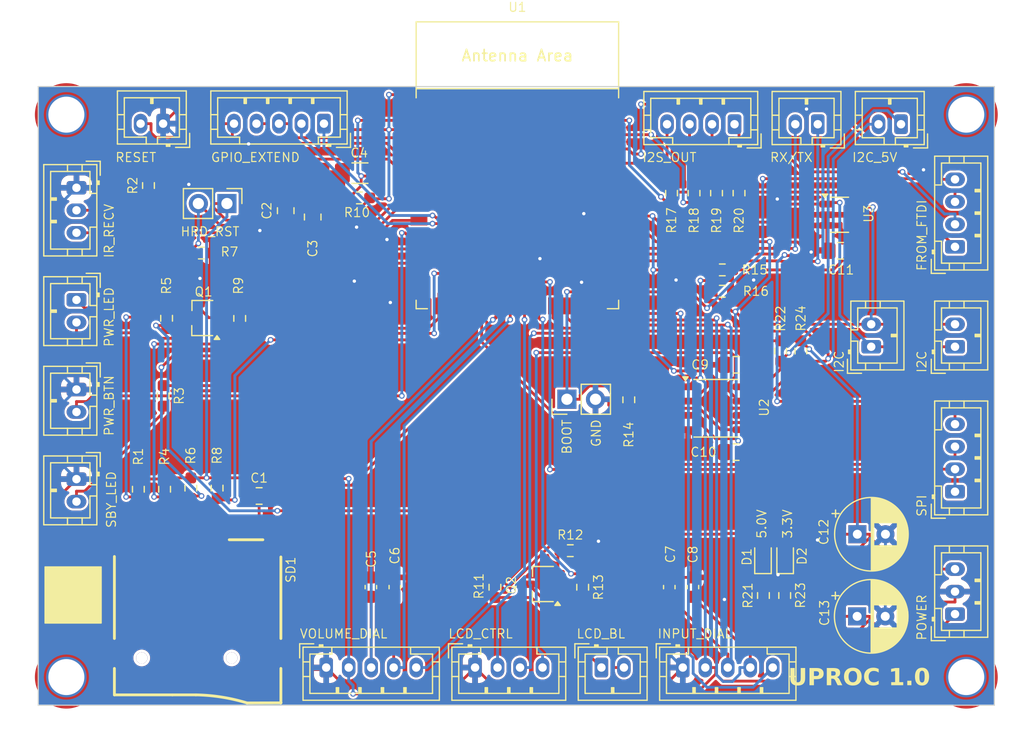
<source format=kicad_pcb>
(kicad_pcb (version 20240108) (generator "pcbnew") (generator_version "8.0")
  (layers (0 "F.Cu" signal) (31 "B.Cu" signal) (34 "B.Paste" user) (35 "F.Paste" user) (36 "B.SilkS" user "B.Silkscreen") (37 "F.SilkS" user "F.Silkscreen") (38 "B.Mask" user) (39 "F.Mask" user) (44 "Edge.Cuts" user))
  (net 0 "")
  (net 1 "GND")
  (net 2 "3V3")
  (net 3 "SCL")
  (net 4 "SDA")
  (net 5 "5V")
  (net 6 "SDA_5V")
  (net 7 "SCL_5V")
  (net 8 "POWER_LED")
  (net 9 "POWER_BUTTON")
  (net 10 "BACKLIGHT")
  (net 11 "TO_BACKLIGHT")
  (net 12 "TO_POWER_LED")
  (net 13 "RX")
  (net 14 "TX")
  (net 15 "ENABLE")
  (net 16 "VOL_CH1")
  (net 17 "VOL_CH2")
  (net 18 "INPUT_CH1")
  (net 19 "INPUT_CH2")
  (net 20 "BOOT")
  (net 21 "FROM_POWER_LED")
  (net 22 "FROM_BACKLIGHT")
  (net 23 "GPIO_INTA")
  (net 24 "GPIO_INTB")
  (net 25 "GPIO_RESET")
  (net 26 "IR_RECV")
  (net 27 "I2S_LRCLK")
  (net 28 "I2S_BCLK")
  (net 29 "I2S_MCLK")
  (net 30 "I2S_DATA")
  (net 31 "SPI_MISO")
  (net 32 "SPI_CLK")
  (net 33 "SPI_CS")
  (net 34 "SPI_MOSI")
  (net 35 "SD_CD")
  (net 36 "HARD_RESET")
  (net 37 "Net-(D1-A)")
  (net 38 "Net-(D2-A)")
  (net 39 "Net-(Q1-B)")
  (net 40 "Net-(Q2-B)")
  (net 43 "SPI_CS2")
  (net 44 "Net-(J4-Pin_2)")
  (net 45 "RX2")
  (net 46 "TX2")
  (net 47 "Net-(U1-GPIO1{slash}TOUCH1{slash}ADC1_CH0)")
  (net 48 "Net-(U1-GPIO2{slash}TOUCH2{slash}ADC1_CH1)")
  (net 49 "Net-(U1-MTMS{slash}GPIO42)")
  (net 50 "Net-(U1-MTDI{slash}GPIO41{slash}CLK_OUT1)")
  (net 51 "DONTUSE4")
  (net 52 "USB_D+")
  (net 53 "USB_D-")
  (net 54 "DONTUSE3")
  (net 55 "INPUT_BUTTON")
  (net 56 "VOL_BUTTON")
  (net 57 "STANDBY_LED")
  (footprint "Connector_JST:JST_PH_B4B-PH-K_1x04_P2.00mm_Vertical" (layer "F.Cu") (at 170.4 99.0167 90)
    (property "Reference" "J19" (hide yes))
    (property "Value" "Conn_01x04_Pin")
  )
  (footprint "Connector_JST:JST_PH_B2B-PH-K_1x02_P2.00mm_Vertical" (layer "F.Cu") (at 92.3 81.9667 -90)
    (property "Reference" "J2" (hide yes))
    (property "Value" "Conn_01x02_Male")
  )
  (footprint "MountingHole:MountingHole_3.2mm_M3_DIN965_Pad_TopOnly" (layer "F.Cu") (at 171.4 115.5)
    (property "Reference" "H4" (hide yes))
    (property "Value" "MountingHole")
  )
  (footprint "Capacitor_THT:CP_Radial_D6.3mm_P2.50mm" (layer "F.Cu") (at 161.7 110.1)
    (property "Reference" "C13")
    (property "Value" "10V 220u")
  )
  (footprint "Package_TO_SOT_SMD:TSOT-23" (layer "F.Cu") (at 103.51 83.6 180)
    (property "Reference" "Q1")
    (property "Value" "BC817")
  )
  (footprint "Capacitor_SMD:C_0603_1608Metric_Pad1.08x0.95mm_HandSolder" (layer "F.Cu") (at 118.4705 107.5 -90)
    (property "Reference" "C5")
    (property "Value" "10N")
  )
  (footprint "MountingHole:MountingHole_3.2mm_M3_DIN965_Pad_TopOnly" (layer "F.Cu") (at 91.4 65.5 90)
    (property "Reference" "H1" (hide yes))
    (property "Value" "MountingHole")
  )
  (footprint "Capacitor_SMD:C_0603_1608Metric_Pad1.08x0.95mm_HandSolder" (layer "F.Cu") (at 145 107.5 -90)
    (property "Reference" "C7")
    (property "Value" "10N")
  )
  (footprint "Resistor_SMD:R_0603_1608Metric_Pad0.98x0.95mm_HandSolder" (layer "F.Cu") (at 149.7125 79.3 180)
    (property "Reference" "R15")
    (property "Value" "10K")
  )
  (footprint "MountingHole:MountingHole_3.2mm_M3_DIN965_Pad_TopOnly" (layer "F.Cu") (at 91.4 115.5 90)
    (property "Reference" "H2" (hide yes))
    (property "Value" "MountingHole")
  )
  (footprint "Connector_JST:JST_PH_B2B-PH-K_1x02_P2.00mm_Vertical" (layer "F.Cu") (at 165.6 66.35 180)
    (property "Reference" "J16" (hide yes))
    (property "Value" "Conn_01x02_Male")
  )
  (footprint "Connector_JST:JST_PH_B2B-PH-K_1x02_P2.00mm_Vertical" (layer "F.Cu") (at 92.3 89.9333 -90)
    (property "Reference" "J3" (hide yes))
    (property "Value" "Conn_01x02_Male")
  )
  (footprint "Connector_PinHeader_2.54mm:PinHeader_1x02_P2.54mm_Vertical" (layer "F.Cu") (at 105.675 73.4 -90)
    (property "Reference" "J6" (hide yes))
    (property "Value" "Conn_01x02_Male")
  )
  (footprint "Connector_JST:JST_PH_B5B-PH-K_1x05_P2.00mm_Vertical" (layer "F.Cu") (at 114.3 66.3 180)
    (property "Reference" "J7" (hide yes))
    (property "Value" "Conn_01x05_Pin")
  )
  (footprint "Capacitor_SMD:C_0805_2012Metric_Pad1.18x1.45mm_HandSolder" (layer "F.Cu") (at 113.3 74.6 -90)
    (property "Reference" "C3")
    (property "Value" "0.1U")
  )
  (footprint "Connector_JST:JST_PH_B2B-PH-K_1x02_P2.00mm_Vertical" (layer "F.Cu") (at 100 66.3 180)
    (property "Reference" "J5" (hide yes))
    (property "Value" "Conn_01x02_Male")
  )
  (footprint "PCM_Espressif:ESP32-S3-WROOM-1" (layer "F.Cu") (at 131.495 73)
    (property "Reference" "U1")
    (property "Value" "ESP32-S3-WROOM-1")
  )
  (footprint "Capacitor_SMD:C_0805_2012Metric_Pad1.18x1.45mm_HandSolder" (layer "F.Cu") (at 110.9 74.0375 90)
    (property "Reference" "C2")
    (property "Value" "10N")
  )
  (footprint "Connector_JST:JST_PH_B4B-PH-K_1x04_P2.00mm_Vertical" (layer "F.Cu") (at 170.4 77.25 90)
    (property "Reference" "J17" (hide yes))
    (property "Value" "Conn_01x04_Pin")
  )
  (footprint "Resistor_SMD:R_0603_1608Metric_Pad0.98x0.95mm_HandSolder" (layer "F.Cu") (at 106.81 83.6125 -90)
    (property "Reference" "R9")
    (property "Value" "1K")
  )
  (footprint "Resistor_SMD:R_0603_1608Metric_Pad0.98x0.95mm_HandSolder" (layer "F.Cu") (at 100.31 83.6 -90)
    (property "Reference" "R5")
    (property "Value" "700R")
  )
  (footprint "Package_SO:SOIC-8_3.9x4.9mm_P1.27mm" (layer "F.Cu") (at 149.1375 91.6)
    (property "Reference" "U2")
    (property "Value" "TCA9517DR")
  )
  (footprint "LED_SMD:LED_0603_1608Metric" (layer "F.Cu") (at 153.33 104.8125 90)
    (property "Reference" "D1")
    (property "Value" "RED")
  )
  (footprint "Capacitor_THT:CP_Radial_D6.3mm_P2.50mm" (layer "F.Cu") (at 161.7176 102.8)
    (property "Reference" "C12")
    (property "Value" "10V 220u")
  )
  (footprint "Resistor_SMD:R_0603_1608Metric_Pad0.98x0.95mm_HandSolder" (layer "F.Cu") (at 117.45 72.9)
    (property "Reference" "R10")
    (property "Value" "4.7K")
  )
  (footprint "Resistor_SMD:R_0603_1608Metric" (layer "F.Cu") (at 149.2 72.475 90)
    (property "Reference" "R19")
    (property "Value" "22R")
  )
  (footprint "Capacitor_SMD:C_0805_2012Metric_Pad1.18x1.45mm_HandSolder" (layer "F.Cu") (at 160.225 77.6 180)
    (property "Reference" "C11")
    (property "Value" "100n")
  )
  (footprint "Resistor_SMD:R_0603_1608Metric_Pad0.98x0.95mm_HandSolder" (layer "F.Cu") (at 102.4667 98.7 -90)
    (property "Reference" "R6")
    (property "Value" "50K")
  )
  (footprint "Package_TO_SOT_SMD:SOT-23-6" (layer "F.Cu") (at 160.1375 74.4)
    (property "Reference" "U3")
    (property "Value" "TMP100")
  )
  (footprint "Resistor_SMD:R_0603_1608Metric_Pad0.98x0.95mm_HandSolder" (layer "F.Cu") (at 103.4 77.8)
    (property "Reference" "R7")
    (property "Value" "4.7K")
  )
  (footprint "Resistor_SMD:R_0603_1608Metric_Pad0.98x0.95mm_HandSolder" (layer "F.Cu") (at 136.2 104.2625 180)
    (property "Reference" "R12")
    (property "Value" "4.7K")
  )
  (footprint "Capacitor_SMD:C_1206_3216Metric_Pad1.33x1.80mm_HandSolder" (layer "F.Cu") (at 117.5 70.7 180)
    (property "Reference" "C4")
    (property "Value" "10U")
  )
  (footprint "Resistor_SMD:R_0603_1608Metric_Pad0.98x0.95mm_HandSolder" (layer "F.Cu") (at 149.7125 81.2 180)
    (property "Reference" "R16")
    (property "Value" "10K")
  )
  (footprint "Resistor_SMD:R_0603_1608Metric_Pad0.98x0.95mm_HandSolder" (layer "F.Cu") (at 141.4 90.8476 90)
    (property "Reference" "R14")
    (property "Value" "4.7K")
  )
  (footprint "Connector_JST:JST_PH_B5B-PH-K_1x05_P2.00mm_Vertical" (layer "F.Cu") (at 146.2 114.65)
    (property "Reference" "J12" (hide yes))
    (property "Value" "Conn_01x05_Pin")
  )
  (footprint "Resistor_SMD:R_0603_1608Metric" (layer "F.Cu") (at 147.2 72.475 90)
    (property "Reference" "R18")
    (property "Value" "22R")
  )
  (footprint "Resistor_SMD:R_0603_1608Metric_Pad0.98x0.95mm_HandSolder" (layer "F.Cu") (at 104.8 98.7 -90)
    (property "Reference" "R8")
    (property "Value" "50K")
  )
  (footprint "Resistor_SMD:R_0603_1608Metric" (layer "F.Cu") (at 151.2 72.475 90)
    (property "Reference" "R20")
    (property "Value" "22R")
  )
  (footprint "Connector_JST:JST_PH_B2B-PH-K_1x02_P2.00mm_Vertical" (layer "F.Cu") (at 162.95 86.1333 90)
    (property "Reference" "J15" (hide yes))
    (property "Value" "Conn_01x02_Male")
  )
  (footprint "Resistor_SMD:R_0603_1608Metric_Pad0.98x0.95mm_HandSolder" (layer "F.Cu") (at 98.7 71.8 90)
    (property "Reference" "R2")
    (property "Value" "4.7K")
  )
  (footprint "Connector_JST:JST_PH_B4B-PH-K_1x04_P2.00mm_Vertical" (layer "F.Cu") (at 127.7333 114.65)
    (property "Reference" "J9" (hide yes))
    (property "Value" "Conn_01x04_Pin")
  )
  (footprint "Resistor_SMD:R_0603_1608Metric_Pad0.98x0.95mm_HandSolder" (layer "F.Cu") (at 100.1333 98.8 -90)
    (property "Reference" "R4")
    (property "Value" "50K")
  )
  (footprint "Connector_JST:JST_PH_B5B-PH-K_1x05_P2.00mm_Vertical" (layer "F.Cu") (at 114.5 114.65)
    (property "Reference" "J8" (hide yes))
    (property "Value" "Conn_01x05_Pin")
  )
  (footprint "Capacitor_SMD:C_0805_2012Metric_Pad1.18x1.45mm_HandSolder" (layer "F.Cu") (at 150.9375 87.735 180)
    (property "Reference" "C9")
    (property "Value" "0.1U")
  )
  (footprint "Connector_JST:JST_PH_B2B-PH-K_1x02_P2.00mm_Vertical" (layer "F.Cu") (at 138.9667 114.65)
    (property "Reference" "J11" (hide yes))
    (property "Value" "Conn_01x02_Male")
  )
  (footprint "Connector_JST:JST_PH_B2B-PH-K_1x02_P2.00mm_Vertical" (layer "F.Cu") (at 158.2 66.35 180)
    (property "Reference" "J14" (hide yes))
    (property "Value" "Conn_01x02_Male")
  )
  (footprint "Resistor_SMD:R_0603_1608Metric_Pad0.98x0.95mm_HandSolder" (layer "F.Cu") (at 97.8 98.8 90)
    (property "Reference" "R1")
    (property "Value" "50K")
  )
  (footprint "Resistor_SMD:R_0603_1608Metric_Pad0.98x0.95mm_HandSolder" (layer "F.Cu") (at 156.7 86.5125 -90)
    (property "Reference" "R24")
    (property "Value" "10K")
  )
  (footprint "Capacitor_SMD:C_0805_2012Metric_Pad1.18x1.45mm_HandSolder" (layer "F.Cu") (at 150.9375 95.5 180)
    (property "Reference" "C10")
    (property "Value" "0.1U")
  )
  (footprint "Package_TO_SOT_SMD:TSOT-23" (layer "F.Cu") (at 133.79 107.2475 180)
    (property "Reference" "Q2")
    (property "Value" "BC817")
  )
  (footprint "Resistor_SMD:R_0603_1608Metric_Pad0.98x0.95mm_HandSolder" (layer "F.Cu") (at 137.3 107.5125 -90)
    (property "Reference" "R13")
    (property "Value" "1K")
  )
  (footprint "Connector_JST:JST_PH_B4B-PH-K_1x04_P2.00mm_Vertical" (layer "F.Cu") (at 150.8 66.35 180)
    (property "Reference" "J13" (hide yes))
    (property "Value" "Conn_01x04_Pin")
  )
  (footprint "Connector_JST:JST_PH_B3B-PH-K_1x03_P2.00mm_Vertical" (layer "F.Cu") (at 170.4 109.9 90)
    (property "Reference" "J20" (hide yes))
    (property "Value" "Conn_01x03_Pin")
  )
  (footprint "Resistor_SMD:R_0603_1608Metric_Pad0.98x0.95mm_HandSolder" (layer "F.Cu") (at 100 90.5 -90)
    (property "Reference" "R3")
    (property "Value" "150R")
  )
  (footprint "Capacitor_SMD:C_0603_1608Metric_Pad1.08x0.95mm_HandSolder" (layer "F.Cu") (at 120.6 107.5 -90)
    (property "Reference" "C6")
    (property "Value" "10N")
  )
  (footprint "Capacitor_SMD:C_0603_1608Metric_Pad1.08x0.95mm_HandSolder" (layer "F.Cu") (at 147.1 107.5 -90)
    (property "Reference" "C8")
    (property "Value" "10N")
  )
  (footprint "Resistor_SMD:R_0603_1608Metric_Pad0.98x0.95mm_HandSolder" (layer "F.Cu") (at 129.5 107.5125 90)
    (property "Reference" "R11")
    (property "Value" "75R")
  )
  (footprint "Connector_PinHeader_2.54mm:PinHeader_1x02_P2.54mm_Vertical" (layer "F.Cu") (at 135.9 90.8 90)
    (property "Reference" "J10" (hide yes))
    (property "Value" "Conn_01x02_Male")
  )
  (footprint "Resistor_SMD:R_0603_1608Metric_Pad0.98x0.95mm_HandSolder" (layer "F.Cu") (at 155.26 108.2475 90)
    (property "Reference" "R23")
    (property "Value" "150R")
  )
  (footprint "LED_SMD:LED_0603_1608Metric" (layer "F.Cu") (at 155.3 104.8125 90)
    (property "Reference" "D2")
    (property "Value" "BLUE")
  )
  (footprint "easyeda2kicad:TF-SMD_TF-115-BCP9" (layer "F.Cu") (at 103.05 108.1)
    (property "Reference" "SD1")
    (property "Value" "TF-115-BCP9")
  )
  (footprint "Resistor_SMD:R_0603_1608Metric_Pad0.98x0.95mm_HandSolder" (layer "F.Cu") (at 153.37 108.2475 90)
    (property "Reference" "R21")
    (property "Value" "1000R")
  )
  (footprint "Resistor_SMD:R_0603_1608Metric_Pad0.98x0.95mm_HandSolder" (layer "F.Cu") (at 154.9 86.5125 -90)
    (property "Reference" "R22")
    (property "Value" "10K")
  )
  (footprint "MountingHole:MountingHole_3.2mm_M3_DIN965_Pad_TopOnly" (layer "F.Cu") (at 171.4 65.5 90)
    (property "Reference" "H3" (hide yes))
    (property "Value" "MountingHole")
  )
  (footprint "Capacitor_SMD:C_0805_2012Metric_Pad1.18x1.45mm_HandSolder" (layer "F.Cu") (at 108.5375 99.4 180)
    (property "Reference" "C1")
    (property "Value" "10N")
  )
  (footprint "Connector_JST:JST_PH_B2B-PH-K_1x02_P2.00mm_Vertical" (layer "F.Cu") (at 170.4 86.1333 90)
    (property "Reference" "J18" (hide yes))
    (property "Value" "Conn_01x02_Male")
  )
  (footprint "Resistor_SMD:R_0603_1608Metric" (layer "F.Cu") (at 145.2 72.475 90)
    (property "Reference" "R17")
    (property "Value" "22R")
  )
  (footprint "Connector_JST:JST_PH_B3B-PH-K_1x03_P2.00mm_Vertical" (layer "F.Cu") (at 92.3 72 -90)
    (property "Reference" "J1" (hide yes))
    (property "Value" "Conn_01x03_Pin")
  )
  (footprint "Connector_JST:JST_PH_B2B-PH-K_1x02_P2.00mm_Vertical" (layer "F.Cu") (at 92.3 97.9 -90)
    (property "Reference" "J4" (hide yes))
    (property "Value" "Conn_01x02_Male")
  )
  (gr_rect (start 89.5 105.7) (end 94.5 110.7) (stroke (width 0.1)) (fill solid) (layer "F.SilkS"))
  (gr_line (start 88.9 118) (end 88.9 63) (stroke (width 0.1)) (layer "Edge.Cuts"))
  (gr_line (start 173.9 63) (end 173.9 118) (stroke (width 0.1)) (layer "Edge.Cuts"))
  (gr_line (start 173.9 118) (end 88.9 118) (stroke (width 0.1)) (layer "Edge.Cuts"))
  (gr_line (start 88.9 63) (end 173.9 63) (stroke (width 0.1)) (layer "Edge.Cuts"))
  (gr_text "GND\n" (at 138.5 95.099981 90) (layer "F.SilkS") (effects (font (size 0.8 0.8) (thickness 0.1)) (justify left)))
  (gr_text "RESET" (at 95.7 69.3 0) (layer "F.SilkS") (effects (font (size 0.8 0.8) (thickness 0.1)) (justify left)))
  (gr_text "INPUT_DIAL" (at 143.9 111.65 0) (layer "F.SilkS") (effects (font (size 0.8 0.8) (thickness 0.1)) (justify left)))
  (gr_text "5.0V" (at 153.22 103.2475 90) (layer "F.SilkS") (effects (font (size 0.8 0.8) (thickness 0.1)) (justify left)))
  (gr_text "I2C" (at 167.45 88.5 90) (layer "F.SilkS") (effects (font (size 0.8 0.8) (thickness 0.1)) (justify left)))
  (gr_text "LCD_CTRL\n" (at 125.3 111.65 0) (layer "F.SilkS") (effects (font (size 0.8 0.8) (thickness 0.1)) (justify left)))
  (gr_text "POWER" (at 167.45 112.3 90) (layer "F.SilkS") (effects (font (size 0.8 0.8) (thickness 0.1)) (justify left)))
  (gr_text "IR_RECV" (at 95.2 78.3 90) (layer "F.SilkS") (effects (font (size 0.8 0.8) (thickness 0.1)) (justify left)))
  (gr_text "VOLUME_DIAL" (at 112.1 111.65 0) (layer "F.SilkS") (effects (font (size 0.8 0.8) (thickness 0.1)) (justify left)))
  (gr_text "UPROC 1.0" (at 168.2 115.6 0) (layer "F.SilkS") (effects (font (size 1.5 1.5) (thickness 0.1) (bold yes)) (justify right)))
  (gr_text "LCD_BL\n" (at 136.7 111.65 0) (layer "F.SilkS") (effects (font (size 0.8 0.8) (thickness 0.1)) (justify left)))
  (gr_text "BOOT" (at 135.9 95.7476 90) (layer "F.SilkS") (effects (font (size 0.8 0.8) (thickness 0.1)) (justify left)))
  (gr_text "I2C_5V" (at 161.2 69.3 0) (layer "F.SilkS") (effects (font (size 0.8 0.8) (thickness 0.1)) (justify left)))
  (gr_text "PWR_LED" (at 95.2 86.2 90) (layer "F.SilkS") (effects (font (size 0.8 0.8) (thickness 0.1)) (justify left)))
  (gr_text "SPI" (at 167.45 101.3 90) (layer "F.SilkS") (effects (font (size 0.8 0.8) (thickness 0.1)) (justify left)))
  (gr_text "SBY_LED" (at 95.4 102.3 90) (layer "F.SilkS") (effects (font (size 0.8 0.8) (thickness 0.1)) (justify left)))
  (gr_text "GPIO_EXTEND" (at 104.2 69.3 0) (layer "F.SilkS") (effects (font (size 0.8 0.8) (thickness 0.1)) (justify left)))
  (gr_text "HRD_RST" (at 101.5 75.9 0) (layer "F.SilkS") (effects (font (size 0.8 0.8) (thickness 0.1)) (justify left)))
  (gr_text "RX/TX" (at 153.9 69.3 0) (layer "F.SilkS") (effects (font (size 0.8 0.8) (thickness 0.1)) (justify left)))
  (gr_text "3.3V" (at 155.51 103.2475 90) (layer "F.SilkS") (effects (font (size 0.8 0.8) (thickness 0.1)) (justify left)))
  (gr_text "I2S_OUT" (at 142.55 69.3 0) (layer "F.SilkS") (effects (font (size 0.8 0.8) (thickness 0.1)) (justify left)))
  (gr_text "FROM_FTDI" (at 167.45 79.450018 90) (layer "F.SilkS") (effects (font (size 0.8 0.8) (thickness 0.1)) (justify left)))
  (gr_text "PWR_BTN" (at 95.2 94.116 90) (layer "F.SilkS") (effects (font (size 0.8 0.8) (thickness 0.1)) (justify left)))
  (gr_text "I2C" (at 160.1 88.5 90) (layer "F.SilkS") (effects (font (size 0.8 0.8) (thickness 0.1)) (justify left)))
  (segment (start 170.4 107.9) (end 170.4 108.8267) (width 0.25) (layer "F.Cu") (net 1))
  (segment (start 95.3 103.8) (end 95.4267 103.9267) (width 0.25) (layer "F.Cu") (net 1))
  (segment (start 129.995 72.46) (end 128.595 72.46) (width 0.25) (layer "F.Cu") (net 1))
  (segment (start 95.3 111.9733) (end 110.8 111.9733) (width 0.25) (layer "F.Cu") (net 1))
  (segment (start 165.4733 108.8267) (end 164.2 110.1) (width 0.25) (layer "F.Cu") (net 1))
  (segment (start 109.575 99.4) (end 109.575 102.3983) (width 0.25) (layer "F.Cu") (net 1))
  (segment (start 135.2875 104.2625) (end 135.1 104.45) (width 0.25) (layer "F.Cu") (net 1))
  (segment (start 109.9 103.8) (end 109.9 103.9252) (width 0.25) (layer "F.Cu") (net 1))
  (segment (start 114.3233 114.8267) (end 114.5 114.65) (width 0.25) (layer "F.Cu") (net 1))
  (segment (start 120.6 106.6375) (end 118.4705 106.6375) (width 0.25) (layer "F.Cu") (net 1))
  (segment (start 132.1717 71.06) (end 132.1717 64.74) (width 0.25) (layer "F.Cu") (net 1))
  (segment (start 104.3125 80.0568) (end 103.278 80.0568) (width 0.25) (layer "F.Cu") (net 1))
  (segment (start 92.3 97.9) (end 91.0827 99.1173) (width 0.25) (layer "F.Cu") (net 1))
  (segment (start 99.8 103.9252) (end 99.8 103.9267) (width 0.25) (layer "F.Cu") (net 1))
  (segment (start 130.695 71.06) (end 129.995 71.06) (width 0.25) (layer "F.Cu") (net 1))
  (segment (start 102.286 71.6997) (end 102.286 71.7716) (width 0.25) (layer "F.Cu") (net 1))
  (segment (start 116.7097 104.8767) (end 118.4705 106.6375) (width 0.25) (layer "F.Cu") (net 1))
  (segment (start 121.4813 64.553) (end 101.747 64.553) (width 0.25) (layer "F.Cu") (net 1))
  (segment (start 136.127 103.423) (end 138.7032 103.423) (width 0.25) (layer "F.Cu") (net 1))
  (segment (start 122.745 64.74) (end 121.6683 64.74) (width 0.25) (layer "F.Cu") (net 1))
  (segment (start 110.9 73) (end 109.6716 71.7716) (width 0.25) (layer "F.Cu") (net 1))
  (segment (start 99.8 103.9252) (end 100.2532 104.3784) (width 0.25) (layer "F.Cu") (net 1))
  (segment (start 95.3 113.4) (end 95.3 111.9733) (width 0.25) (layer "F.Cu") (net 1))
  (segment (start 149.8434 87.6784) (end 144.9657 87.6784) (width 0.25) (layer "F.Cu") (net 1))
  (segment (start 109.4468 104.3784) (end 109.9 103.9252) (width 0.25) (layer "F.Cu") (net 1))
  (segment (start 159 75.35) (end 159 74.4) (width 0.25) (layer "F.Cu") (net 1))
  (segment (start 113.2 70.7) (end 110.9 73) (width 0.25) (layer "F.Cu") (net 1))
  (segment (start 99.8 103.8133) (end 99.8 103.9252) (width 0.25) (layer "F.Cu") (net 1))
  (segment (start 92.3 72) (end 97.9875 72) (width 0.25) (layer "F.Cu") (net 1))
  (segment (start 149.9 95.5) (end 148.6575 95.5) (width 0.25) (layer "F.Cu") (net 1))
  (segment (start 110.8 114.8267) (end 114.3233 114.8267) (width 0.25) (layer "F.Cu") (net 1))
  (segment (start 110.8 113.4) (end 110.8 114.8267) (width 0.25) (layer "F.Cu") (net 1))
  (segment (start 99.8 102.8) (end 99.8 103.8133) (width 0.25) (layer "F.Cu") (net 1))
  (segment (start 144.9536 115.8964) (end 144.9146 115.8574) (width 0.25) (layer "F.Cu") (net 1))
  (segment (start 155.3 105.7609) (end 155.3 105.6) (width 0.25) (layer "F.Cu") (net 1))
  (segment (start 157.613 77.7145) (end 157.915 77.4125) (width 0.25) (layer "F.Cu") (net 1))
  (segment (start 129.3373 115.8574) (end 129.139 116.0557) (width 0.25) (layer "F.Cu") (net 1))
  (segment (start 146.2 114.65) (end 144.9536 115.8964) (width 0.25) (layer "F.Cu") (net 1))
  (segment (start 104.82 82.65) (end 104.82 80.5643) (width 0.25) (layer "F.Cu") (net 1))
  (segment (start 115.7185 115.8685) (end 126.5148 115.8685) (width 0.25) (layer "F.Cu") (net 1))
  (segment (start 129.995 73.86) (end 128.595 73.86) (width 0.25) (layer "F.Cu") (net 1))
  (segment (start 130.695 73.86) (end 129.995 73.86) (width 0.25) (layer "F.Cu") (net 1))
  (segment (start 100.2532 104.3784) (end 109.4468 104.3784) (width 0.25) (layer "F.Cu") (net 1))
  (segment (start 147.1 106.6375) (end 145 106.6375) (width 0.25) (layer "F.Cu") (net 1))
  (segment (start 115.9375 70.7) (end 113.2 70.7) (width 0.25) (layer "F.Cu") (net 1))
  (segment (start 104.82 80.5643) (end 104.3125 80.0568) (width 0.25) (layer "F.Cu") (net 1))
  (segment (start 130.695 73.86) (end 130.695 72.46) (width 0.25) (layer "F.Cu") (net 1))
  (segment (start 147.1 106.6375) (end 148.1375 105.6) (width 0.25) (layer "F.Cu") (net 1))
  (segment (start 147.1 103.423) (end 150.0448 103.423) (width 0.25) (layer "F.Cu") (net 1))
  (segment (start 158.1153 103.2502) (end 158.1776 103.3125) (width 0.25) (layer "F.Cu") (net 1))
  (segment (start 130.695 72.46) (end 130.695 71.06) (width 0.25) (layer "F.Cu") (net 1))
  (segment (start 110.9 73) (end 112.7375 73) (width 0.25) (layer "F.Cu") (net 1))
  (segment (start 139.6167 91.3148) (end 139.6167 90.8) (width 0.25) (layer "F.Cu") (net 1))
  (segment (start 131.395 71.06) (end 130.695 71.06) (width 0.25) (layer "F.Cu") (net 1))
  (segment (start 101.747 64.553) (end 100 66.3) (width 0.25) (layer "F.Cu") (net 1))
  (segment (start 138.44 90.8) (end 139.6167 90.8) (width 0.25) (layer "F.Cu") (net 1))
  (segment (start 109.9 104.8767) (end 116.7097 104.8767) (width 0.25) (layer "F.Cu") (net 1))
  (segment (start 129.995 71.06) (end 128.595 71.06) (width 0.25) (layer "F.Cu") (net 1))
  (segment (start 148.6575 95.5) (end 146.6625 93.505) (width 0.25) (layer "F.Cu") (net 1))
  (segment (start 131.395 71.06) (end 132.1717 71.06) (width 0.25) (layer "F.Cu") (net 1))
  (segment (start 131.395 73.86) (end 130.695 73.86) (width 0.25) (layer "F.Cu") (net 1))
  (segment (start 157.915 77.4125) (end 159 77.4125) (width 0.25) (layer "F.Cu") (net 1))
  (segment (start 132.1717 64.74) (end 122.745 64.74) (width 0.25) (layer "F.Cu") (net 1))
  (segment (start 112.7375 73) (end 113.3 73.5625) (width 0.25) (layer "F.Cu") (net 1))
  (segment (start 114.5 114.65) (end 115.7185 115.8685) (width 0.25) (layer "F.Cu") (net 1))
  (segment (start 109.6716 71.7716) (end 102.286 71.7716) (width 0.25) (layer "F.Cu") (net 1))
  (segment (start 144.9657 87.6784) (end 141.8441 90.8) (width 0.25) (layer "F.Cu") (net 1))
  (segment (start 159.1875 77.6) (end 159 77.4125) (width 0.25) (layer "F.Cu") (net 1))
  (segment (start 109.9 103.8) (end 109.9 102.7233) (width 0.25) (layer "F.Cu") (net 1))
  (segment (start 130.695 72.46) (end 129.995 72.46) (width 0.25) (layer "F.Cu") (net 1))
  (segment (start 116.1358 106.6375) (end 110.8 111.9733) (width 0.25) (layer "F.Cu") (net 1))
  (segment (start 118.4705 106.6375) (end 116.1358 106.6375) (width 0.25) (layer "F.Cu") (net 1))
  (segment (start 121.6683 64.74) (end 121.4813 64.553) (width 0.25) (layer "F.Cu") (net 1))
  (segment (start 150.0448 103.423) (end 150.2176 103.2502) (width 0.25) (layer "F.Cu") (net 1))
  (segment (start 135.2875 104.2625) (end 136.127 103.423) (width 0.25) (layer "F.Cu") (net 1))
  (segment (start 131.395 72.46) (end 130.695 72.46) (width 0.25) (layer "F.Cu") (net 1))
  (segment (start 170.4 108.8267) (end 165.4733 108.8267) (width 0.25) (layer "F.Cu") (net 1))
  (segment (start 146.6625 93.505) (end 141.8069 93.505) (width 0.25) (layer "F.Cu") (net 1))
  (segment (start 140.245 64.74) (end 132.1717 64.74) (width 0.25) (layer "F.Cu") (net 1))
  (segment (start 109.575 102.3983) (end 109.9 102.7233) (width 0.25) (layer "F.Cu") (net 1))
  (segment (start 104.3125 77.8) (end 104.3125 80.0568) (width 0.25) (layer "F.Cu") (net 1))
  (segment (start 95.3 103.8) (end 94.3733 103.8) (width 0.25) (layer "F.Cu") (net 1))
  (segment (start 95.4267 103.9267) (end 99.8 103.9267) (width 0.25) (layer "F.Cu") (net 1))
  (segment (start 159 74.4) (end 161.275 74.4) (width 0.25) (layer "F.Cu") (net 1))
  (segment (start 129.139 116.0557) (end 127.7333 114.65) (width 0.25) (layer "F.Cu") (net 1))
  (segment (start 141.8069 93.505) (end 139.6167 91.3148) (width 0.25) (layer "F.Cu") (net 1))
  (segment (start 159 77.4125) (end 159 75.35) (width 0.25) (layer "F.Cu") (net 1))
  (segment (start 102.286 71.7716) (end 99.6409 71.7716) (width 0.25) (layer "F.Cu") (net 1))
  (segment (start 126.5148 115.8685) (end 127.7333 114.65) (width 0.25) (layer "F.Cu") (net 1))
  (segment (start 141.8441 90.8) (end 139.6167 90.8) (width 0.25) (layer "F.Cu") (net 1))
  (segment (start 148.1375 105.6) (end 153.33 105.6) (width 0.25) (layer "F.Cu") (net 1))
  (segment (start 97.9875 72) (end 98.7 72.7125) (width 0.25) (layer "F.Cu") (net 1))
  (segment (start 138.7032 103.423) (end 147.1 103.423) (width 0.25) (layer "F.Cu") (net 1))
  (segment (start 144.9146 115.8574) (end 129.3373 115.8574) (width 0.25) (layer "F.Cu") (net 1))
  (segment (start 135.1 104.45) (end 135.1 106.2975) (width 0.25) (layer "F.Cu") (net 1))
  (segment (start 91.0827 99.1173) (end 91.0827 100.5094) (width 0.25) (layer "F.Cu") (net 1))
  (segment (start 150.2176 103.2502) (end 158.1153 103.2502) (width 0.25) (layer "F.Cu") (net 1))
  (segment (start 149.9 87.735) (end 149.8434 87.6784) (width 0.25) (layer "F.Cu") (net 1))
  (segment (start 154.6661 106.3948) (end 155.3 105.7609) (width 0.25) (layer "F.Cu") (net 1))
  (segment (start 147.1 103.423) (end 147.1 106.6375) (width 0.25) (layer "F.Cu") (net 1))
  (segment (start 109.9 103.9252) (end 109.9 104.8767) (width 0.25) (layer "F.Cu") (net 1))
  (segment (start 91.0827 100.5094) (end 94.3733 103.8) (width 0.25) (layer "F.Cu") (net 1))
  (segment (start 99.6409 71.7716) (end 98.7 72.7125) (width 0.25) (layer "F.Cu") (net 1))
  (segment (start 110.8 113.4) (end 110.8 111.9733) (width 0.25) (layer "F.Cu") (net 1))
  (via (at 133.5 78.3) (size 0.5) (drill 0.3) (layers "F.Cu" "B.Cu") (net 1))
  (via (at 102.286 71.6997) (size 0.5) (drill 0.3) (layers "F.Cu" "B.Cu") (net 1))
  (via (at 154.6661 106.3948) (size 0.5) (drill 0.3) (layers "F.Cu" "B.Cu") (net 1))
  (via (at 157.613 77.7145) (size 0.5) (drill 0.3) (layers "F.Cu" "B.Cu") (net 1))
  (via (at 154.6 73) (size 0.5) (drill 0.3) (layers "F.Cu" "B.Cu") (net 1))
  (via (at 137.4 74.3) (size 0.5) (drill 0.3) (layers "F.Cu" "B.Cu") (net 1))
  (via (at 138.7032 103.423) (size 0.5) (drill 0.3) (layers "F.Cu" "B.Cu") (net 1))
  (via (at 145.6 80.2) (size 0.5) (drill 0.3) (layers "F.Cu" "B.Cu") (net 1))
  (via (at 119.9 76.6) (size 0.5) (drill 0.3) (layers "F.Cu" "B.Cu") (net 1))
  (via (at 117 80.3) (size 0.5) (drill 0.3) (layers "F.Cu" "B.Cu") (net 1))
  (via (at 108.6 75.8) (size 0.5) (drill 0.3) (layers "F.Cu" "B.Cu") (net 1))
  (via (at 103.278 80.0568) (size 0.5) (drill 0.3) (layers "F.Cu" "B.Cu") (net 1))
  (via (at 117.2 75.5) (size 0.5) (drill 0.3) (layers "F.Cu" "B.Cu") (net 1))
  (via (at 149.9 108.6) (size 0.5) (drill 0.3) (layers "F.Cu" "B.Cu") (net 1))
  (via (at 157.2 65) (size 0.5) (drill 0.3) (layers "F.Cu" "B.Cu") (net 1))
  (via (at 158.1776 103.3125) (size 0.5) (drill 0.3) (layers "F.Cu" "B.Cu") (net 1))
  (via (at 137.2 80.4) (size 0.5) (drill 0.3) (layers "F.Cu" "B.Cu") (net 1))
  (via (at 167.6 70.4) (size 0.5) (drill 0.3) (layers "F.Cu" "B.Cu") (net 1))
  (via (at 120.2 82.2) (size 0.5) (drill 0.3) (layers "F.Cu" "B.Cu") (net 1))
  (via (at 107.6 68.1) (size 0.5) (drill 0.3) (layers "F.Cu" "B.Cu") (net 1))
  (via (at 152.5 80.2) (size 0.5) (drill 0.3) (layers "F.Cu" "B.Cu") (net 1))
  (segment (start 155.0372 87.0589) (end 155.0372 80.2903) (width 0.25) (layer "B.Cu") (net 1))
  (segment (start 91.0983 91.135) (end 92.3 89.9333) (width 0.25) (layer "B.Cu") (net 1))
  (segment (start 160.4347 103.9304) (end 164.2 103.9304) (width 0.25) (layer "B.Cu") (net 1))
  (segment (start 158.9972 102.4929) (end 160.4347 103.9304) (width 0.25) (layer "B.Cu") (net 1))
  (segment (start 138.44 90.8) (end 138.44 91.9767) (width 0.25) (layer "B.Cu") (net 1))
  (segment (start 158.7826 102.2783) (end 154.6661 106.3948) (width 0.25) (layer "B.Cu") (net 1))
  (segment (start 92.3 97.9) (end 91.0983 96.6983) (width 0.25) (layer "B.Cu") (net 1))
  (segment (start 158.7826 102.2783) (end 158.7826 90.8043) (width 0.25) (layer "B.Cu") (net 1))
  (segment (start 138.7032 103.423) (end 138.7032 107.1532) (width 0.25) (layer "B.Cu") (net 1))
  (segment (start 158.7826 90.8043) (end 155.0372 87.0589) (width 0.25) (layer "B.Cu") (net 1))
  (segment (start 164.2176 102.8) (end 164.2176 103.9128) (width 0.25) (layer "B.Cu") (net 1))
  (segment (start 158.1776 103.3125) (end 158.9972 102.4929) (width 0.25) (layer "B.Cu") (net 1))
  (segment (start 164.2176 103.9128) (end 164.2 103.9304) (width 0.25) (layer "B.Cu") (net 1))
  (segment (start 101.9357 78.7145) (end 103.278 80.0568) (width 0.25) (layer "B.Cu") (net 1))
  (segment (start 155.0372 80.2903) (end 157.613 77.7145) (width 0.25) (layer "B.Cu") (net 1))
  (segment (start 138.44 103.1598) (end 138.7032 103.423) (width 0.25) (layer "B.Cu") (net 1))
  (segment (start 100 66.3) (end 102.286 68.586) (width 0.25) (layer "B.Cu") (net 1))
  (segment (start 102.286 71.6997) (end 101.9357 72.05) (width 0.25) (layer "B.Cu") (net 1))
  (segment (start 101.9357 72.05) (end 101.9357 78.7145) (width 0.25) (layer "B.Cu") (net 1))
  (segment (start 92.3 72) (end 91.0954 73.2046) (width 0.25) (layer "B.Cu") (net 1))
  (segment (start 158.9972 102.4929) (end 158.7826 102.2783) (width 0.25) (layer "B.Cu") (net 1))
  (segment (start 138.7032 107.1532) (end 146.2 114.65) (width 0.25) (layer "B.Cu") (net 1))
  (segment (start 91.0954 88.7287) (end 92.3 89.9333) (width 0.25) (layer "B.Cu") (net 1))
  (segment (start 91.0983 96.6983) (end 91.0983 91.135) (width 0.25) (layer "B.Cu") (net 1))
  (segment (start 102.286 68.586) (end 102.286 71.6997) (width 0.25) (layer "B.Cu") (net 1))
  (segment (start 138.44 91.9767) (end 138.44 103.1598) (width 0.25) (layer "B.Cu") (net 1))
  (segment (start 164.2 103.9304) (end 164.2 110.1) (width 0.25) (layer "B.Cu") (net 1))
  (segment (start 91.0954 73.2046) (end 91.0954 88.7287) (width 0.25) (layer "B.Cu") (net 1))
  (segment (start 92.3 74) (end 93.5017 74) (width 0.25) (layer "F.Cu") (net 2))
  (segment (start 116.5375 72.9) (end 114.8375 74.6) (width 0.25) (layer "F.Cu") (net 2))
  (segment (start 147.6853 91.6077) (end 145.3172 91.6077) (width 0.25) (layer "F.Cu") (net 2))
  (segment (start 102.4667 97.7875) (end 100.2333 97.7875) (width 0.25) (layer "F.Cu") (net 2))
  (segment (start 104.4983 73.0991) (end 103.6225 72.2233) (width 0.25) (layer "F.Cu") (net 2))
  (segment (start 110.8985 74.8819) (end 105.6124 74.8819) (width 0.25) (layer "F.Cu") (net 2))
  (segment (start 102 100.8182) (end 102 102.8) (width 0.25) (layer "F.Cu") (net 2))
  (segment (start 163.6716 111.2267) (end 162.8267 110.3818) (width 0.25) (layer "F.Cu") (net 2))
  (segment (start 104.4983 73.7678) (end 104.4983 73.4) (width 0.25) (layer "F.Cu") (net 2))
  (segment (start 104.4983 73.4) (end 104.4983 73.0991) (width 0.25) (layer "F.Cu") (net 2))
  (segment (start 151.975 95.5) (end 151.975 94.775) (width 0.25) (layer "F.Cu") (net 2))
  (segment (start 102.6475 72.2233) (end 100.8708 74) (width 0.25) (layer "F.Cu") (net 2))
  (segment (start 105.675 73.4) (end 104.4983 73.4) (width 0.25) (layer "F.Cu") (net 2))
  (segment (start 101.4833 100.3015) (end 102 100.8182) (width 0.25) (layer "F.Cu") (net 2))
  (segment (start 100.2333 97.7875) (end 100.1333 97.8875) (width 0.25) (layer "F.Cu") (net 2))
  (segment (start 141.4 91.7601) (end 145.1648 91.7601) (width 0.25) (layer "F.Cu") (net 2))
  (segment (start 117.6095 70.9588) (end 118.8037 70.9588) (width 0.25) (layer "F.Cu") (net 2))
  (segment (start 117.6095 71.828) (end 117.6095 70.9588) (width 0.25) (layer "F.Cu") (net 2))
  (segment (start 145.3172 90.6255) (end 146.2477 89.695) (width 0.25) (layer "F.Cu") (net 2))
  (segment (start 100.8708 74) (end 93.5017 74) (width 0.25) (layer "F.Cu") (net 2))
  (segment (start 147.3642 116.9917) (end 149.1267 115.2292) (width 0.25) (layer "F.Cu") (net 2))
  (segment (start 145.3172 91.6077) (end 145.3172 90.6255) (width 0.25) (layer "F.Cu") (net 2))
  (segment (start 111.1834 74.6) (end 110.9 74.8834) (width 0.25) (layer "F.Cu") (net 2))
  (segment (start 159.5625 79.3) (end 150.625 79.3) (width 0.25) (layer "F.Cu") (net 2))
  (segment (start 161.275 75.35) (end 161.2625 75.3625) (width 0.25) (layer "F.Cu") (net 2))
  (segment (start 151.975 94.775) (end 151.912499 94.712499) (width 0.25) (layer "F.Cu") (net 2))
  (segment (start 149.5826 93.505) (end 147.6853 91.6077) (width 0.25) (layer "F.Cu") (net 2))
  (segment (start 101.4833 99.2375) (end 101.4833 100.3015) (width 0.25) (layer "F.Cu") (net 2))
  (segment (start 107.428 97.7875) (end 107.5 97.8595) (width 0.25) (layer "F.Cu") (net 2))
  (segment (start 104.8 97.7875) (end 107.428 97.7875) (width 0.25) (layer "F.Cu") (net 2))
  (segment (start 145.1648 91.7601) (end 145.3172 91.6077) (width 0.25) (layer "F.Cu") (net 2))
  (segment (start 104.8 97.7875) (end 103.865 97.7875) (width 0.25) (layer "F.Cu") (net 2))
  (segment (start 155.26 109.16) (end 156.2 110.1) (width 0.25) (layer "F.Cu") (net 2))
  (segment (start 103.865 97.7875) (end 102.4667 97.7875) (width 0.25) (layer "F.Cu") (net 2))
  (segment (start 162.8267 110.3818) (end 162.8267 110.1) (width 0.25) (layer "F.Cu") (net 2))
  (segment (start 162.8267 110.3818) (end 157.351 115.8575) (width 0.25) (layer "F.Cu") (net 2))
  (segment (start 114.8375 74.6) (end 111.1834 74.6) (width 0.25) (layer "F.Cu") (net 2))
  (segment (start 122.745 66.01) (end 117.3063 66.01) (width 0.25) (layer "F.Cu") (net 2))
  (segment (start 169.0733 111.2267) (end 163.6716 111.2267) (width 0.25) (layer "F.Cu") (net 2))
  (segment (start 150.625 81.2) (end 150.625 80.25) (width 0.25) (layer "F.Cu") (net 2))
  (segment (start 161.7 110.1) (end 162.8267 110.1) (width 0.25) (layer "F.Cu") (net 2))
  (segment (start 107.5 97.8595) (end 116.5 97.8595) (width 0.25) (layer "F.Cu") (net 2))
  (segment (start 161.2625 77.6) (end 159.5625 79.3) (width 0.25) (layer "F.Cu") (net 2))
  (segment (start 146.2477 89.695) (end 146.6625 89.695) (width 0.25) (layer "F.Cu") (net 2))
  (segment (start 157.351 115.8575) (end 149.755 115.8575) (width 0.25) (layer "F.Cu") (net 2))
  (segment (start 151.912499 94.712499) (end 151.912499 93.804999) (width 0.25) (layer "F.Cu") (net 2))
  (segment (start 116.891 116.9917) (end 147.3642 116.9917) (width 0.25) (layer "F.Cu") (net 2))
  (segment (start 151.912499 93.804999) (end 151.6125 93.505) (width 0.25) (layer "F.Cu") (net 2))
  (segment (start 150.625 80.25) (end 147.7674 80.25) (width 0.25) (layer "F.Cu") (net 2))
  (segment (start 118.8037 70.9588) (end 119.0625 70.7) (width 0.25) (layer "F.Cu") (net 2))
  (segment (start 147.4404 88.9171) (end 147.7674 88.9171) (width 0.25) (layer "F.Cu") (net 2))
  (segment (start 156.2 110.1) (end 161.7 110.1) (width 0.25) (layer "F.Cu") (net 2))
  (segment (start 149.1267 115.2292) (end 149.1267 114.65) (width 0.25) (layer "F.Cu") (net 2))
  (segment (start 103.6225 72.2233) (end 102.6475 72.2233) (width 0.25) (layer "F.Cu") (net 2))
  (segment (start 148.2 114.65) (end 149.1267 114.65) (width 0.25) (layer "F.Cu") (net 2))
  (segment (start 161.2625 75.3625) (end 161.2625 77.6) (width 0.25) (layer "F.Cu") (net 2))
  (segment (start 97.8 97.8875) (end 100.1333 97.8875) (width 0.25) (layer "F.Cu") (net 2))
  (segment (start 100.1333 97.8875) (end 101.4833 99.2375) (width 0.25) (layer "F.Cu") (net 2))
  (segment (start 170.4 109.9) (end 169.0733 111.2267) (width 0.25) (layer "F.Cu") (net 2))
  (segment (start 149.755 115.8575) (end 149.1267 115.2292) (width 0.25) (layer "F.Cu") (net 2))
  (segment (start 105.6124 74.8819) (end 104.4983 73.7678) (width 0.25) (layer "F.Cu") (net 2))
  (segment (start 150.625 80.25) (end 150.625 79.3) (width 0.25) (layer "F.Cu") (net 2))
  (segment (start 110.9 74.8834) (end 110.9 75.075) (width 0.25) (layer "F.Cu") (net 2))
  (segment (start 151.6125 93.505) (end 149.5826 93.505) (width 0.25) (layer "F.Cu") (net 2))
  (segment (start 110.9 74.8834) (end 110.8985 74.8819) (width 0.25) (layer "F.Cu") (net 2))
  (segment (start 146.6625 89.695) (end 147.4404 88.9171) (width 0.25) (layer "F.Cu") (net 2))
  (segment (start 116.5375 72.9) (end 117.6095 71.828) (width 0.25) (layer "F.Cu") (net 2))
  (segment (start 107.5 99.4) (end 107.5 97.8595) (width 0.25) (layer "F.Cu") (net 2))
  (via (at 116.5 97.8595) (size 0.5) (drill 0.3) (layers "F.Cu" "B.Cu") (net 2))
  (via (at 117.3063 66.01) (size 0.5) (drill 0.3) (layers "F.Cu" "B.Cu") (net 2))
  (via (at 117.6095 70.9588) (size 0.5) (drill 0.3) (layers "F.Cu" "B.Cu") (net 2))
  (via (at 147.7674 88.9171) (size 0.5) (drill 0.3) (layers "F.Cu" "B.Cu") (net 2))
  (via (at 147.7674 80.25) (size 0.5) (drill 0.3) (layers "F.Cu" "B.Cu") (net 2))
  (via (at 116.891 116.9917) (size 0.5) (drill 0.3) (layers "F.Cu" "B.Cu") (net 2))
  (via (at 103.865 97.7875) (size 0.5) (drill 0.3) (layers "F.Cu" "B.Cu") (net 2))
  (segment (start 117.6095 70.9588) (end 117.3063 70.6556) (width 0.25) (layer "B.Cu") (net 2))
  (segment (start 105.675 74.5767) (end 103.865 76.3867) (width 0.25) (layer "B.Cu") (net 2))
  (segment (start 116.5 114.65) (end 116.5 115.8517) (width 0.25) (layer "B.Cu") (net 2))
  (segment (start 103.865 76.3867) (end 103.865 97.7875) (width 0.25) (layer "B.Cu") (net 2))
  (segment (start 148.2 114.65) (end 148.2 89.3497) (width 0.25) (layer "B.Cu") (net 2))
  (segment (start 147.7674 80.25) (end 147.7674 88.9171) (width 0.25) (layer "B.Cu") (net 2))
  (segment (start 116.5 114.65) (end 116.5 97.8595) (width 0.25) (layer "B.Cu") (net 2))
  (segment (start 148.2 89.3497) (end 147.7674 88.9171) (width 0.25) (layer "B.Cu") (net 2))
  (segment (start 116.5 115.8517) (end 116.891 116.2427) (width 0.25) (layer "B.Cu") (net 2))
  (segment (start 105.675 73.4) (end 105.675 74.5767) (width 0.25) (layer "B.Cu") (net 2))
  (segment (start 117.3063 70.6556) (end 117.3063 66.01) (width 0.25) (layer "B.Cu") (net 2))
  (segment (start 116.891 116.2427) (end 116.891 116.9917) (width 0.25) (layer "B.Cu") (net 2))
  (segment (start 146.6625 90.965) (end 147.0939 90.965) (width 0.25) (layer "F.Cu") (net 3))
  (segment (start 153.9325 75.055) (end 144.0527 75.055) (width 0.25) (layer "F.Cu") (net 3))
  (segment (start 133.4951 73.63) (end 132.4516 74.6735) (width 0.25) (layer "F.Cu") (net 3))
  (segment (start 132.4516 74.6735) (end 124.287 74.6735) (width 0.25) (layer "F.Cu") (net 3))
  (segment (start 144.0527 75.055) (end 143.5093 74.5116) (width 0.25) (layer "F.Cu") (net 3))
  (segment (start 124.0779 74.4644) (end 123.9498 74.4644) (width 0.25) (layer "F.Cu") (net 3))
  (segment (start 140.245 73.63) (end 141.3217 73.63) (width 0.25) (layer "F.Cu") (net 3))
  (segment (start 147.0939 90.965) (end 148.3963 89.6626) (width 0.25) (layer "F.Cu") (net 3))
  (segment (start 124.287 74.6735) (end 124.0779 74.4644) (width 0.25) (layer "F.Cu") (net 3))
  (segment (start 170.4 86.1333) (end 162.95 86.1333) (width 0.25) (layer "F.Cu") (net 3))
  (segment (start 148.3963 89.6626) (end 148.3963 88.6604) (width 0.25) (layer "F.Cu") (net 3))
  (segment (start 142.2033 74.5116) (end 141.3217 73.63) (width 0.25) (layer "F.Cu") (net 3))
  (segment (start 143.5093 74.5116) (end 142.2033 74.5116) (width 0.25) (layer "F.Cu") (net 3))
  (segment (start 140.245 73.63) (end 133.4951 73.63) (width 0.25) (layer "F.Cu") (net 3))
  (segment (start 159 73.45) (end 155.5375 73.45) (width 0.25) (layer "F.Cu") (net 3))
  (segment (start 159.1331 73.3169) (end 160.153 73.3169) (width 0.25) (layer "F.Cu") (net 3))
  (segment (start 155.5375 73.45) (end 153.9325 75.055) (width 0.25) (layer "F.Cu") (net 3))
  (segment (start 148.3963 88.6604) (end 148.0169 88.281) (width 0.25) (layer "F.Cu") (net 3))
  (segment (start 148.0169 88.281) (end 145.4043 88.281) (width 0.25) (layer "F.Cu") (net 3))
  (segment (start 159 73.45) (end 159.1331 73.3169) (width 0.25) (layer "F.Cu") (net 3))
  (segment (start 148.8 79.3) (end 143.5718 79.3) (width 0.25) (layer "F.Cu") (net 3))
  (via (at 145.4043 88.281) (size 0.5) (drill 0.3) (layers "F.Cu" "B.Cu") (net 3))
  (via (at 143.5093 74.5116) (size 0.5) (drill 0.3) (layers "F.Cu" "B.Cu") (net 3))
  (via (at 143.5718 79.3) (size 0.5) (drill 0.3) (layers "F.Cu" "B.Cu") (net 3))
  (via (at 160.153 73.3169) (size 0.5) (drill 0.3) (layers "F.Cu" "B.Cu") (net 3))
  (via (at 123.9498 74.4644) (size 0.5) (drill 0.3) (layers "F.Cu" "B.Cu") (net 3))
  (segment (start 114.3 68.4652) (end 120.2992 74.4644) (width 0.25) (layer "B.Cu") (net 3))
  (segment (start 143.5718 79.3) (end 143.5718 74.5741) (width 0.25) (layer "B.Cu") (net 3))
  (segment (start 120.2992 74.4644) (end 123.9498 74.4644) (width 0.25) (layer "B.Cu") (net 3))
  (segment (start 143.5718 86.4485) (end 145.4043 88.281) (width 0.25) (layer "B.Cu") (net 3))
  (segment (start 143.5718 74.5741) (end 143.5093 74.5116) (width 0.25) (layer "B.Cu") (net 3))
  (segment (start 160.153 83.3363) (end 160.153 73.3169) (width 0.25) (layer "B.Cu") (net 3))
  (segment (start 114.3 66.3) (end 114.3 68.4652) (width 0.25) (layer "B.Cu") (net 3))
  (segment (start 162.95 86.1333) (end 160.153 83.3363) (width 0.25) (layer "B.Cu") (net 3))
  (segment (start 143.5718 79.3) (end 143.5718 86.4485) (width 0.25) (layer "B.Cu") (net 3))
  (segment (start 150.9371 94.3062) (end 151.125 94.4941) (width 0.25) (layer "F.Cu") (net 4))
  (segment (start 147.9625 92.560001) (end 147.9625 93.1549) (width 0.25) (layer "F.Cu") (net 4))
  (segment (start 143.8142 76.7921) (end 153.9234 76.7921) (width 0.25) (layer "F.Cu") (net 4))
  (segment (start 141.9221 74.9) (end 143.8142 76.7921) (width 0.25) (layer "F.Cu") (net 4))
  (segment (start 163.1007 73.7172) (end 161.5422 73.7172) (width 0.25) (layer "F.Cu") (net 4))
  (segment (start 152.0028 84.1333) (end 150.8747 83.0052) (width 0.25) (layer "F.Cu") (net 4))
  (segment (start 139.1683 74.9) (end 138.8833 75.185) (width 0.25) (layer "F.Cu") (net 4))
  (segment (start 161.5422 73.7172) (end 161.275 73.45) (width 0.25) (layer "F.Cu") (net 4))
  (segment (start 140.245 74.9) (end 141.9221 74.9) (width 0.25) (layer "F.Cu") (net 4))
  (segment (start 150.6052 83.0052) (end 148.8 81.2) (width 0.25) (layer "F.Cu") (net 4))
  (segment (start 150.8747 83.0052) (end 150.6052 83.0052) (width 0.25) (layer "F.Cu") (net 4))
  (segment (start 149.1138 94.3062) (end 150.9371 94.3062) (width 0.25) (layer "F.Cu") (net 4))
  (segment (start 147.637499 92.235) (end 147.9625 92.560001) (width 0.25) (layer "F.Cu") (net 4))
  (segment (start 162.95 84.1333) (end 152.0028 84.1333) (width 0.25) (layer "F.Cu") (net 4))
  (segment (start 138.8833 75.185) (end 123.9493 75.185) (width 0.25) (layer "F.Cu") (net 4))
  (segment (start 146.6625 92.235) (end 147.637499 92.235) (width 0.25) (layer "F.Cu") (net 4))
  (segment (start 170.4 84.1333) (end 162.95 84.1333) (width 0.25) (layer "F.Cu") (net 4))
  (segment (start 147.9625 93.1549) (end 149.1138 94.3062) (width 0.25) (layer "F.Cu") (net 4))
  (segment (start 140.245 74.9) (end 139.1683 74.9) (width 0.25) (layer "F.Cu") (net 4))
  (via (at 123.9493 75.185) (size 0.5) (drill 0.3) (layers "F.Cu" "B.Cu") (net 4))
  (via (at 151.125 94.4941) (size 0.5) (drill 0.3) (layers "F.Cu" "B.Cu") (net 4))
  (via (at 153.9234 76.7921) (size 0.5) (drill 0.3) (layers "F.Cu" "B.Cu") (net 4))
  (via (at 163.1007 73.7172) (size 0.5) (drill 0.3) (layers "F.Cu" "B.Cu") (net 4))
  (via (at 150.8747 83.0052) (size 0.5) (drill 0.3) (layers "F.Cu" "B.Cu") (net 4))
  (segment (start 150.8747 84.198804) (end 150.95 84.274104) (width 0.25) (layer "B.Cu") (net 4))
  (segment (start 112.3 67.5017) (end 119.9833 75.185) (width 0.25) (layer "B.Cu") (net 4))
  (segment (start 162.95 84.1333) (end 162.95 83.2066) (width 0.25) (layer "B.Cu") (net 4))
  (segment (start 162.95 83.2066) (end 163.1007 83.0559) (width 0.25) (layer "B.Cu") (net 4))
  (segment (start 112.3 66.3) (end 112.3 67.5017) (width 0.25) (layer "B.Cu") (net 4))
  (segment (start 153.9234 79.9565) (end 153.9234 76.7921) (width 0.25) (layer "B.Cu") (net 4))
  (segment (start 163.1007 83.0559) (end 163.1007 73.7172) (width 0.25) (layer "B.Cu") (net 4))
  (segment (start 150.95 94.3191) (end 151.125 94.4941) (width 0.25) (layer "B.Cu") (net 4))
  (segment (start 150.95 84.274104) (end 150.95 94.3191) (width 0.25) (layer "B.Cu") (net 4))
  (segment (start 119.9833 75.185) (end 123.9493 75.185) (width 0.25) (layer "B.Cu") (net 4))
  (segment (start 150.8747 83.0052) (end 153.9234 79.9565) (width 0.25) (layer "B.Cu") (net 4))
  (segment (start 150.8747 83.0052) (end 150.8747 84.198804) (width 0.25) (layer "B.Cu") (net 4))
  (segment (start 129.8675 106.6) (end 130.7427 107.4751) (width 0.25) (layer "F.Cu") (net 5))
  (segment (start 123.9806 100.7131) (end 110.16 100.7131) (width 0.25) (layer "F.Cu") (net 5))
  (segment (start 130.7427 107.4751) (end 123.9806 100.7131) (width 0.25) (layer "F.Cu") (net 5))
  (segment (start 154.9 85.6) (end 156.7 85.6) (width 0.25) (layer "F.Cu") (net 5))
  (segment (start 156.7 85.6) (end 157.4431 86.3431) (width 0.25) (layer "F.Cu") (net 5))
  (segment (start 160.5909 102.8) (end 158.4807 102.8) (width 0.25) (layer "F.Cu") (net 5))
  (segment (start 162.8443 103.0817) (end 162.8443 102.8) (width 0.25) (layer "F.Cu") (net 5))
  (segment (start 149.8042 102.8) (end 135.4178 102.8) (width 0.25) (layer "F.Cu") (net 5))
  (segment (start 129.5 106.6) (end 129.8675 106.6) (width 0.25) (layer "F.Cu") (net 5))
  (segment (start 165.6626 105.9) (end 162.8443 103.0817) (width 0.25) (layer "F.Cu") (net 5))
  (segment (start 100.31 84.5125) (end 100.0404 84.2429) (width 0.25) (layer "F.Cu") (net 5))
  (segment (start 151.975 87.735) (end 154.11 85.6) (width 0.25) (layer "F.Cu") (net 5))
  (segment (start 161.7176 102.8) (end 160.5909 102.8) (width 0.25) (layer "F.Cu") (net 5))
  (segment (start 158.4165 102.7358) (end 149.8684 102.7358) (width 0.25) (layer "F.Cu") (net 5))
  (segment (start 135.4178 102.8) (end 130.7427 107.4751) (width 0.25) (layer "F.Cu") (net 5))
  (segment (start 170.4 105.9) (end 165.6626 105.9) (width 0.25) (layer "F.Cu") (net 5))
  (segment (start 162.281 102.8) (end 162.8443 102.8) (width 0.25) (layer "F.Cu") (net 5))
  (segment (start 154.11 85.6) (end 154.9 85.6) (width 0.25) (layer "F.Cu") (net 5))
  (segment (start 151.975 87.735) (end 151.6125 88.0975) (width 0.25) (layer "F.Cu") (net 5))
  (segment (start 130.7427 107.4751) (end 131.0851 107.8176) (width 0.25) (layer "F.Cu") (net 5))
  (segment (start 158.4807 102.8) (end 158.4165 102.7358) (width 0.25) (layer "F.Cu") (net 5))
  (segment (start 149.8684 102.7358) (end 149.8042 102.8) (width 0.25) (layer "F.Cu") (net 5))
  (segment (start 157.6785 108.2475) (end 154.2825 108.2475) (width 0.25) (layer "F.Cu") (net 5))
  (segment (start 151.6125 88.0975) (end 151.6125 89.695) (width 0.25) (layer "F.Cu") (net 5))
  (segment (start 154.2825 108.2475) (end 153.37 109.16) (width 0.25) (layer "F.Cu") (net 5))
  (segment (start 162.281 102.8) (end 161.7176 102.8) (width 0.25) (layer "F.Cu") (net 5))
  (segment (start 162.8443 103.0817) (end 157.6785 108.2475) (width 0.25) (layer "F.Cu") (net 5))
  (segment (start 100.0404 84.2429) (end 99.3648 84.2429) (width 0.25) (layer "F.Cu") (net 5))
  (via (at 157.4431 86.3431) (size 0.5) (drill 0.3) (layers "F.Cu" "B.Cu") (net 5))
  (via (at 99.3648 84.2429) (size 0.5) (drill 0.3) (layers "F.Cu" "B.Cu") (net 5))
  (via (at 110.16 100.7131) (size 0.5) (drill 0.3) (layers "F.Cu" "B.Cu") (net 5))
  (via (at 131.0851 107.8176) (size 0.5) (drill 0.3) (layers "F.Cu" "B.Cu") (net 5))
  (segment (start 161.7176 90.6176) (end 157.4431 86.3431) (width 0.25) (layer "B.Cu") (net 5))
  (segment (start 105.9213 100.713) (end 100.436 95.2277) (width 0.25) (layer "B.Cu") (net 5))
  (segment (start 110.16 100.713) (end 105.9213 100.713) (width 0.25) (layer "B.Cu") (net 5))
  (segment (start 110.16 100.7131) (end 110.16 100.713) (width 0.25) (layer "B.Cu") (net 5))
  (segment (start 129.7333 109.1694) (end 131.0851 107.8176) (width 0.25) (layer "B.Cu") (net 5))
  (segment (start 100.436 85.3141) (end 99.3648 84.2429) (width 0.25) (layer "B.Cu") (net 5))
  (segment (start 129.7333 114.65) (end 129.7333 109.1694) (width 0.25) (layer "B.Cu") (net 5))
  (segment (start 100.436 95.2277) (end 100.436 85.3141) (width 0.25) (layer "B.Cu") (net 5))
  (segment (start 161.7176 102.8) (end 161.7176 90.6176) (width 0.25) (layer "B.Cu") (net 5))
  (segment (start 152.0218 92.235) (end 151.6125 92.235) (width 0.25) (layer "F.Cu") (net 6))
  (segment (start 156.7 87.425) (end 158.8869 87.425) (width 0.25) (layer "F.Cu") (net 6))
  (segment (start 140.9483 84.7375) (end 140.754 84.9318) (width 0.25) (layer "F.Cu") (net 6))
  (segment (start 140.754 84.9318) (end 132.9556 84.9318) (width 0.25) (layer "F.Cu") (net 6))
  (segment (start 159.1245 87.1874) (end 159.1245 86.7359) (width 0.25) (layer "F.Cu") (net 6))
  (segment (start 157.1261 84.7375) (end 140.9483 84.7375) (width 0.25) (layer "F.Cu") (net 6))
  (segment (start 158.8869 87.425) (end 159.1245 87.1874) (width 0.25) (layer "F.Cu") (net 6))
  (segment (start 156.7 87.5568) (end 152.0218 92.235) (width 0.25) (layer "F.Cu") (net 6))
  (segment (start 159.1245 86.7359) (end 157.1261 84.7375) (width 0.25) (layer "F.Cu") (net 6))
  (segment (start 156.7 87.425) (end 156.7 87.5568) (width 0.25) (layer "F.Cu") (net 6))
  (via (at 132.9556 84.9318) (size 0.5) (drill 0.3) (layers "F.Cu" "B.Cu") (net 6))
  (via (at 159.1245 87.1874) (size 0.5) (drill 0.3) (layers "F.Cu" "B.Cu") (net 6))
  (segment (start 159.1245 87.1874) (end 159.5762 86.7357) (width 0.25) (layer "B.Cu") (net 6))
  (segment (start 132.5972 85.2902) (end 132.5972 107.2399) (width 0.25) (layer "B.Cu") (net 6))
  (segment (start 132.66 107.3027) (end 132.66 114.65) (width 0.25) (layer "B.Cu") (net 6))
  (segment (start 159.5762 69.4471) (end 162.6733 66.35) (width 0.25) (layer "B.Cu") (net 6))
  (segment (start 163.6 66.35) (end 162.6733 66.35) (width 0.25) (layer "B.Cu") (net 6))
  (segment (start 132.5972 107.2399) (end 132.66 107.3027) (width 0.25) (layer "B.Cu") (net 6))
  (segment (start 131.7333 114.65) (end 132.66 114.65) (width 0.25) (layer "B.Cu") (net 6))
  (segment (start 159.5762 86.7357) (end 159.5762 69.4471) (width 0.25) (layer "B.Cu") (net 6))
  (segment (start 132.9556 84.9318) (end 132.5972 85.2902) (width 0.25) (layer "B.Cu") (net 6))
  (segment (start 150.2586 90.0243) (end 150.2586 89.3918) (width 0.25) (layer "F.Cu") (net 7))
  (segment (start 150.8566 88.7938) (end 150.8566 87.0136) (width 0.25) (layer "F.Cu") (net 7))
  (segment (start 150.2586 89.3918) (end 150.8566 88.7938) (width 0.25) (layer "F.Cu") (net 7))
  (segment (start 150.8566 87.0136) (end 150.4998 86.6568) (width 0.25) (layer "F.Cu") (net 7))
  (segment (start 154.9 87.425) (end 154.9 88.1265) (width 0.25) (layer "F.Cu") (net 7))
  (segment (start 152.0615 90.965) (end 151.6125 90.965) (width 0.25) (layer "F.Cu") (net 7))
  (segment (start 154.9 87.3942) (end 154.9 87.425) (width 0.25) (layer "F.Cu") (net 7))
  (segment (start 155.6227 86.6715) (end 154.9 87.3942) (width 0.25) (layer "F.Cu") (net 7))
  (segment (start 151.6125 90.965) (end 151.1993 90.965) (width 0.25) (layer "F.Cu") (net 7))
  (segment (start 150.4998 86.6568) (end 133.1739 86.6568) (width 0.25) (layer "F.Cu") (net 7))
  (segment (start 151.1993 90.965) (end 150.2586 90.0243) (width 0.25) (layer "F.Cu") (net 7))
  (segment (start 154.9 88.1265) (end 152.0615 90.965) (width 0.25) (layer "F.Cu") (net 7))
  (via (at 155.6227 86.6715) (size 0.5) (drill 0.3) (layers "F.Cu" "B.Cu") (net 7))
  (via (at 133.1739 86.6568) (size 0.5) (drill 0.3) (layers "F.Cu" "B.Cu") (net 7))
  (segment (start 159.1245 69.2155) (end 159.1245 83.1697) (width 0.25) (layer "B.Cu") (net 7))
  (segment (start 133.7333 114.65) (end 133.7333 113.4483) (width 0.25) (layer "B.Cu") (net 7))
  (segment (start 165.6 66.35) (end 164.3958 65.1458) (width 0.25) (layer "B.Cu") (net 7))
  (segment (start 133.1739 112.8889) (end 133.1739 86.6568) (width 0.25) (layer "B.Cu") (net 7))
  (segment (start 159.1245 83.1697) (end 155.6227 86.6715) (width 0.25) (layer "B.Cu") (net 7))
  (segment (start 163.1942 65.1458) (end 159.1245 69.2155) (width 0.25) (layer "B.Cu") (net 7))
  (segment (start 133.7333 113.4483) (end 133.1739 112.8889) (width 0.25) (layer "B.Cu") (net 7))
  (segment (start 164.3958 65.1458) (end 163.1942 65.1458) (width 0.25) (layer "B.Cu") (net 7))
  (segment (start 112.6159 82.6841) (end 120.4 74.9) (width 0.25) (layer "F.Cu") (net 8))
  (segment (start 120.4 74.9) (end 122.745 74.9) (width 0.25) (layer "F.Cu") (net 8))
  (segment (start 106.8259 82.6841) (end 112.6159 82.6841) (width 0.25) (layer "F.Cu") (net 8))
  (segment (start 106.81 82.7) (end 106.8259 82.6841) (width 0.25) (layer "F.Cu") (net 8))
  (segment (start 121.5058 76.0075) (end 121.2205 76.0075) (width 0.25) (layer "F.Cu") (net 9))
  (segment (start 92.3 91.0066) (end 93.2267 91.0066) (width 0.25) (layer "F.Cu") (net 9))
  (segment (start 93.7333 90.5) (end 121.2205 90.5) (width 0.25) (layer "F.Cu") (net 9))
  (segment (start 122.745 76.17) (end 121.6683 76.17) (width 0.25) (layer "F.Cu") (net 9))
  (segment (start 92.3 91.9333) (end 92.3 91.0066) (width 0.25) (layer "F.Cu") (net 9))
  (segment (start 93.2267 91.0066) (end 93.7333 90.5) (width 0.25) (layer "F.Cu") (net 9))
  (segment (start 121.6683 76.17) (end 121.5058 76.0075) (width 0.25) (layer "F.Cu") (net 9))
  (via (at 121.2205 90.5) (size 0.5) (drill 0.3) (layers "F.Cu" "B.Cu") (net 9))
  (via (at 121.2205 76.0075) (size 0.5) (drill 0.3) (layers "F.Cu" "B.Cu") (net 9))
  (segment (start 121.2205 76.0075) (end 121.2205 90.5) (width 0.25) (layer "B.Cu") (net 9))
  (segment (start 137.1125 106.3137) (end 137.1125 104.2625) (width 0.25) (layer "F.Cu") (net 10))
  (segment (start 133.4 82.5) (end 133.4 83.5767) (width 0.25) (layer "F.Cu") (net 10))
  (segment (start 137.1125 106.4125) (end 137.1125 106.3137) (width 0.25) (layer "F.Cu") (net 10))
  (segment (start 137.3 106.6) (end 137.1125 106.4125) (width 0.25) (layer "F.Cu") (net 10))
  (segment (start 133.5288 83.7055) (end 133.7506 83.7055) (width 0.25) (layer "F.Cu") (net 10))
  (segment (start 136.2674 106.3137) (end 137.1125 106.3137) (width 0.25) (layer "F.Cu") (net 10))
  (segment (start 133.4 83.5767) (end 133.5288 83.7055) (width 0.25) (layer "F.Cu") (net 10))
  (via (at 133.7506 83.7055) (size 0.5) (drill 0.3) (layers "F.Cu" "B.Cu") (net 10))
  (via (at 136.2674 106.3137) (size 0.5) (drill 0.3) (layers "F.Cu" "B.Cu") (net 10))
  (segment (start 133.7506 103.7969) (end 133.7506 83.7055) (width 0.25) (layer "B.Cu") (net 10))
  (segment (start 136.2674 106.3137) (end 133.7506 103.7969) (width 0.25) (layer "B.Cu") (net 10))
  (segment (start 138.9667 114.65) (end 132.7417 108.425) (width 0.25) (layer "F.Cu") (net 11))
  (segment (start 132.7417 108.425) (end 129.5 108.425) (width 0.25) (layer "F.Cu") (net 11))
  (segment (start 93.0208 82.6875) (end 92.3 81.9667) (width 0.25) (layer "F.Cu") (net 12))
  (segment (start 100.31 82.6875) (end 93.0208 82.6875) (width 0.25) (layer "F.Cu") (net 12))
  (segment (start 170.4 77.25) (end 165.5348 72.3848) (width 0.25) (layer "F.Cu") (net 13))
  (segment (start 144.6991 72.3848) (end 142.1343 69.82) (width 0.25) (layer "F.Cu") (net 13))
  (segment (start 142.1343 69.82) (end 140.245 69.82) (width 0.25) (layer "F.Cu") (net 13))
  (segment (start 165.5348 72.3848) (end 144.6991 72.3848) (width 0.25) (layer "F.Cu") (net 13))
  (segment (start 150.9329 64.572) (end 156.9445 70.5836) (width 0.25) (layer "F.Cu") (net 14))
  (segment (start 140.245 68.55) (end 141.3217 68.55) (width 0.25) (layer "F.Cu") (net 14))
  (segment (start 156.9445 70.5836) (end 165.7336 70.5836) (width 0.25) (layer "F.Cu") (net 14))
  (segment (start 141.3217 68.55) (end 141.7732 69.0015) (width 0.25) (layer "F.Cu") (net 14))
  (segment (start 141.7732 69.0015) (end 142.485 69.0015) (width 0.25) (layer "F.Cu") (net 14))
  (segment (start 142.485 64.572) (end 150.9329 64.572) (width 0.25) (layer "F.Cu") (net 14))
  (via (at 142.485 69.0015) (size 0.5) (drill 0.3) (layers "F.Cu" "B.Cu") (net 14))
  (via (at 165.7336 70.5836) (size 0.5) (drill 0.3) (layers "F.Cu" "B.Cu") (net 14))
  (via (at 142.485 64.572) (size 0.5) (drill 0.3) (layers "F.Cu" "B.Cu") (net 14))
  (segment (start 142.485 69.0015) (end 142.485 64.572) (width 0.25) (layer "B.Cu") (net 14))
  (segment (start 170.4 74.3233) (end 169.4733 74.3233) (width 0.25) (layer "B.Cu") (net 14))
  (segment (start 170.4 75.25) (end 170.4 74.3233) (width 0.25) (layer "B.Cu") (net 14))
  (segment (start 169.4733 74.3233) (end 165.7336 70.5836) (width 0.25) (layer "B.Cu") (net 14))
  (segment (start 118.3625 72.9732) (end 120.0761 72.9732) (width 0.25) (layer "F.Cu") (net 15))
  (segment (start 171.6482 71.6543) (end 171.6482 70.8899) (width 0.25) (layer "F.Cu") (net 15))
  (segment (start 98 66.3) (end 98.9267 66.3) (width 0.25) (layer "F.Cu") (net 15))
  (segment (start 171.6482 70.8899) (end 170.4778 69.7195) (width 0.25) (layer "F.Cu") (net 15))
  (segment (start 116.8677 66.8317) (end 120.0761 66.8317) (width 0.25) (layer "F.Cu") (net 15))
  (segment (start 105.3243 65.0776) (end 115.1136 65.0776) (width 0.25) (layer "F.Cu") (net 15))
  (segment (start 164.5593 69.7195) (end 158.5588 63.719) (width 0.25) (layer "F.Cu") (net 15))
  (segment (start 98.9267 67.1109) (end 99.3316 67.5158) (width 0.25) (layer "F.Cu") (net 15))
  (segment (start 170.4778 69.7195) (end 164.5593 69.7195) (width 0.25) (layer "F.Cu") (net 15))
  (segment (start 121.22 66.8317) (end 121.6683 67.28) (width 0.25) (layer "F.Cu") (net 15))
  (segment (start 98.9267 66.3) (end 98.9267 67.1109) (width 0.25) (layer "F.Cu") (net 15))
  (segment (start 118.3625 72.9732) (end 118.3604 72.9732) (width 0.25) (layer "F.Cu") (net 15))
  (segment (start 99.3316 67.5158) (end 102.8861 67.5158) (width 0.25) (layer "F.Cu") (net 15))
  (segment (start 170.4 72.3233) (end 170.9792 72.3233) (width 0.25) (layer "F.Cu") (net 15))
  (segment (start 170.9792 72.3233) (end 171.6482 71.6543) (width 0.25) (layer "F.Cu") (net 15))
  (segment (start 170.4 73.25) (end 170.4 72.3233) (width 0.25) (layer "F.Cu") (net 15))
  (segment (start 115.6961 75.6375) (end 113.3 75.6375) (width 0.25) (layer "F.Cu") (net 15))
  (segment (start 158.5588 63.719) (end 120.0761 63.719) (width 0.25) (layer "F.Cu") (net 15))
  (segment (start 115.1136 65.0776) (end 116.8677 66.8317) (width 0.25) (layer "F.Cu") (net 15))
  (segment (start 118.3604 72.9732) (end 115.6961 75.6375) (width 0.25) (layer "F.Cu") (net 15))
  (segment (start 120.0761 66.8317) (end 121.22 66.8317) (width 0.25) (layer "F.Cu") (net 15))
  (segment (start 122.745 67.28) (end 121.6683 67.28) (width 0.25) (layer "F.Cu") (net 15))
  (segment (start 118.3625 72.9) (end 118.3625 72.9732) (width 0.25) (layer "F.Cu") (net 15))
  (segment (start 102.8861 67.5158) (end 105.3243 65.0776) (width 0.25) (layer "F.Cu") (net 15))
  (via (at 120.0761 63.719) (size 0.5) (drill 0.3) (layers "F.Cu" "B.Cu") (net 15))
  (via (at 120.0761 72.9732) (size 0.5) (drill 0.3) (layers "F.Cu" "B.Cu") (net 15))
  (via (at 120.0761 66.8317) (size 0.5) (drill 0.3) (layers "F.Cu" "B.Cu") (net 15))
  (segment (start 120.0761 66.8317) (end 120.0761 72.9732) (width 0.25) (layer "B.Cu") (net 15))
  (segment (start 120.0761 66.8317) (end 120.0761 63.719) (width 0.25) (layer "B.Cu") (net 15))
  (segment (start 129.4734 83.5767) (end 129.59 83.5767) (width 0.25) (layer "F.Cu") (net 16))
  (segment (start 118.5 108.392) (end 118.4705 108.3625) (width 0.25) (layer "F.Cu") (net 16))
  (segment (start 129.3141 83.736) (end 129.4734 83.5767) (width 0.25) (layer "F.Cu") (net 16))
  (segment (start 118.5 114.65) (end 118.5 108.392) (width 0.25) (layer "F.Cu") (net 16))
  (segment (start 129.59 82.5) (end 129.59 83.5767) (width 0.25) (layer "F.Cu") (net 16))
  (via (at 129.3141 83.736) (size 0.5) (drill 0.3) (layers "F.Cu" "B.Cu") (net 16))
  (segment (start 118.5 114.65) (end 118.5 94.5501) (width 0.25) (layer "B.Cu") (net 16))
  (segment (start 118.5 94.5501) (end 129.3141 83.736) (width 0.25) (layer "B.Cu") (net 16))
  (segment (start 120.5 108.4625) (end 120.6 108.3625) (width 0.25) (layer "F.Cu") (net 17))
  (segment (start 120.5 114.65) (end 120.5 108.4625) (width 0.25) (layer "F.Cu") (net 17))
  (segment (start 130.86 83.7219) (end 130.86 82.5) (width 0.25) (layer "F.Cu") (net 17))
  (via (at 130.86 83.7219) (size 0.5) (drill 0.3) (layers "F.Cu" "B.Cu") (net 17))
  (segment (start 121.4267 114.65) (end 121.4267 93.1552) (width 0.25) (layer "B.Cu") (net 17))
  (segment (start 120.5 114.65) (end 121.4267 114.65) (width 0.25) (layer "B.Cu") (net 17))
  (segment (start 121.4267 93.1552) (end 130.86 83.7219) (width 0.25) (layer "B.Cu") (net 17))
  (segment (start 140.5669 84.4801) (end 140.8424 84.2046) (width 0.25) (layer "F.Cu") (net 18))
  (segment (start 134.67 82.5) (end 134.67 83.5767) (width 0.25) (layer "F.Cu") (net 18))
  (segment (start 135.5734 84.4801) (end 140.5669 84.4801) (width 0.25) (layer "F.Cu") (net 18))
  (segment (start 134.67 83.5767) (end 135.5734 84.4801) (width 0.25) (layer "F.Cu") (net 18))
  (segment (start 150.2 113.4483) (end 150.0858 113.4483) (width 0.25) (layer "F.Cu") (net 18))
  (segment (start 150.0858 113.4483) (end 145 108.3625) (width 0.25) (layer "F.Cu") (net 18))
  (segment (start 150.2 114.65) (end 150.2 113.4483) (width 0.25) (layer "F.Cu") (net 18))
  (segment (start 140.8424 84.2046) (end 150.1559 84.2046) (width 0.25) (layer "F.Cu") (net 18))
  (segment (start 150.1559 84.2046) (end 150.2 84.1605) (width 0.25) (layer "F.Cu") (net 18))
  (via (at 150.2 84.1605) (size 0.5) (drill 0.3) (layers "F.Cu" "B.Cu") (net 18))
  (segment (start 150.2 114.65) (end 150.5 114.35) (width 0.25) (layer "B.Cu") (net 18))
  (segment (start 150.5 114.35) (end 150.5 84.4605) (width 0.25) (layer "B.Cu") (net 18))
  (segment (start 150.5 84.4605) (end 150.2 84.1605) (width 0.25) (layer "B.Cu") (net 18))
  (segment (start 152.2 113.4483) (end 152.1858 113.4483) (width 0.25) (layer "F.Cu") (net 19))
  (segment (start 152.2 114.65) (end 152.2 113.4483) (width 0.25) (layer "F.Cu") (net 19))
  (segment (start 135.94 82.5) (end 135.94 83.5767) (width 0.25) (layer "F.Cu") (net 19))
  (segment (start 140.3797 84.0284) (end 140.6552 83.7529) (width 0.25) (layer "F.Cu") (net 19))
  (segment (start 140.6552 83.7529) (end 149.0486 83.7529) (width 0.25) (layer "F.Cu") (net 19))
  (segment (start 135.94 83.5767) (end 136.3917 84.0284) (width 0.25) (layer "F.Cu") (net 19))
  (segment (start 152.1858 113.4483) (end 147.1 108.3625) (width 0.25) (layer "F.Cu") (net 19))
  (segment (start 149.0486 83.7529) (end 149.2055 83.596) (width 0.25) (layer "F.Cu") (net 19))
  (segment (start 136.3917 84.0284) (end 140.3797 84.0284) (width 0.25) (layer "F.Cu") (net 19))
  (via (at 149.2055 83.596) (size 0.5) (drill 0.3) (layers "F.Cu" "B.Cu") (net 19))
  (segment (start 151.2733 115.2292) (end 150.6111 115.8914) (width 0.25) (layer "B.Cu") (net 19))
  (segment (start 151.2733 114.65) (end 151.2733 115.2292) (width 0.25) (layer "B.Cu") (net 19))
  (segment (start 149.2055 115.3108) (end 149.2055 83.596) (width 0.25) (layer "B.Cu") (net 19))
  (segment (start 149.7861 115.8914) (end 149.2055 115.3108) (width 0.25) (layer "B.Cu") (net 19))
  (segment (start 152.2 114.65) (end 151.2733 114.65) (width 0.25) (layer "B.Cu") (net 19))
  (segment (start 150.6111 115.8914) (end 149.7861 115.8914) (width 0.25) (layer "B.Cu") (net 19))
  (segment (start 135.9 90.8) (end 137.0767 90.8) (width 0.25) (layer "F.Cu") (net 20))
  (segment (start 170.4 71.25) (end 169.1983 71.25) (width 0.25) (layer "F.Cu") (net 20))
  (segment (start 140.245 81.25) (end 141.3217 81.25) (width 0.25) (layer "F.Cu") (net 20))
  (segment (start 140.245 81.25) (end 135.9 81.25) (width 0.25) (layer "F.Cu") (net 20))
  (segment (start 137.0767 90.8) (end 137.0767 90.4323) (width 0.25) (layer "F.Cu") (net 20))
  (segment (start 146.8982 81.25) (end 141.3217 81.25) (width 0.25) (layer "F.Cu") (net 20))
  (segment (start 137.8896 89.6194) (end 141.0843 89.6194) (width 0.25) (layer "F.Cu") (net 20))
  (segment (start 141.0843 89.6194) (end 141.4 89.9351) (width 0.25) (layer "F.Cu") (net 20))
  (segment (start 148.3544 82.7062) (end 146.8982 81.25) (width 0.25) (layer "F.Cu") (net 20))
  (segment (start 169.1405 71.1922) (end 169.1983 71.25) (width 0.25) (layer "F.Cu") (net 20))
  (segment (start 153.309 71.1922) (end 169.1405 71.1922) (width 0.25) (layer "F.Cu") (net 20))
  (segment (start 137.0767 90.4323) (end 137.8896 89.6194) (width 0.25) (layer "F.Cu") (net 20))
  (via (at 148.3544 82.7062) (size 0.5) (drill 0.3) (layers "F.Cu" "B.Cu") (net 20))
  (via (at 135.9 81.25) (size 0.5) (drill 0.3) (layers "F.Cu" "B.Cu") (net 20))
  (via (at 153.309 71.1922) (size 0.5) (drill 0.3) (layers "F.Cu" "B.Cu") (net 20))
  (segment (start 153.309 77.7516) (end 148.3544 82.7062) (width 0.25) (layer "B.Cu") (net 20))
  (segment (start 153.309 71.1922) (end 153.309 77.7516) (width 0.25) (layer "B.Cu") (net 20))
  (segment (start 135.9 90.8) (end 135.9 81.25) (width 0.25) (layer "B.Cu") (net 20))
  (segment (start 99.2116 84.8934) (end 92.3 84.8934) (width 0.25) (layer "F.Cu") (net 21))
  (segment (start 100.7468 85.3818) (end 99.7 85.3818) (width 0.25) (layer "F.Cu") (net 21))
  (segment (start 102.2 83.6) (end 102.2 83.9286) (width 0.25) (layer "F.Cu") (net 21))
  (segment (start 99.7 85.3818) (end 99.2116 84.8934) (width 0.25) (layer "F.Cu") (net 21))
  (segment (start 92.3 83.9667) (end 92.3 84.8934) (width 0.25) (layer "F.Cu") (net 21))
  (segment (start 102.2 83.9286) (end 100.7468 85.3818) (width 0.25) (layer "F.Cu") (net 21))
  (segment (start 140.04 114.65) (end 140.04 113.8492) (width 0.25) (layer "F.Cu") (net 22))
  (segment (start 140.9667 114.65) (end 140.04 114.65) (width 0.25) (layer "F.Cu") (net 22))
  (segment (start 135.6244 109.4336) (end 134.6661 109.4336) (width 0.25) (layer "F.Cu") (net 22))
  (segment (start 140.04 113.8492) (end 135.6244 109.4336) (width 0.25) (layer "F.Cu") (net 22))
  (segment (start 134.6661 109.4336) (end 132.48 107.2475) (width 0.25) (layer "F.Cu") (net 22))
  (segment (start 120.6682 67.5499) (end 121.6683 68.55) (width 0.25) (layer "F.Cu") (net 23))
  (segment (start 111.8974 67.5499) (end 120.6682 67.5499) (width 0.25) (layer "F.Cu") (net 23))
  (segment (start 111.2267 66.8792) (end 111.8974 67.5499) (width 0.25) (layer "F.Cu") (net 23))
  (segment (start 122.745 68.55) (end 121.6683 68.55) (width 0.25) (layer "F.Cu") (net 23))
  (segment (start 111.2267 66.3) (end 111.2267 66.8792) (width 0.25) (layer "F.Cu") (net 23))
  (segment (start 110.3 66.3) (end 111.2267 66.3) (width 0.25) (layer "F.Cu") (net 23))
  (segment (start 122.745 69.82) (end 121.6683 69.82) (width 0.25) (layer "F.Cu") (net 24))
  (segment (start 109.2267 66.8792) (end 110.3945 68.047) (width 0.25) (layer "F.Cu") (net 24))
  (segment (start 109.2267 66.3) (end 109.2267 66.8792) (width 0.25) (layer "F.Cu") (net 24))
  (segment (start 110.3945 68.047) (end 119.8953 68.047) (width 0.25) (layer "F.Cu") (net 24))
  (segment (start 108.3 66.3) (end 109.2267 66.3) (width 0.25) (layer "F.Cu") (net 24))
  (segment (start 119.8953 68.047) (end 121.6683 69.82) (width 0.25) (layer "F.Cu") (net 24))
  (segment (start 106.154 69.454) (end 120.0323 69.454) (width 0.25) (layer "F.Cu") (net 25))
  (segment (start 100.7858 70.8875) (end 105.3733 66.3) (width 0.25) (layer "F.Cu") (net 25))
  (segment (start 120.0323 69.454) (end 121.6683 71.09) (width 0.25) (layer "F.Cu") (net 25))
  (segment (start 121.6683 71.09) (end 122.745 71.09) (width 0.25) (layer "F.Cu") (net 25))
  (segment (start 106.3 66.3) (end 105.3733 66.3) (width 0.25) (layer "F.Cu") (net 25))
  (segment (start 106.3 66.3) (end 106.154 66.446) (width 0.25) (layer "F.Cu") (net 25))
  (segment (start 106.154 66.446) (end 106.154 69.454) (width 0.25) (layer "F.Cu") (net 25))
  (segment (start 98.7 70.8875) (end 100.7858 70.8875) (width 0.25) (layer "F.Cu") (net 25))
  (segment (start 105.8558 76) (end 107.1058 77.25) (width 0.25) (layer "F.Cu") (net 26))
  (segment (start 107.1058 77.25) (end 117.404 77.25) (width 0.25) (layer "F.Cu") (net 26))
  (segment (start 92.3 76) (end 105.8558 76) (width 0.25) (layer "F.Cu") (net 26))
  (segment (start 121.024 73.63) (end 122.745 73.63) (width 0.25) (layer "F.Cu") (net 26))
  (segment (start 117.404 77.25) (end 121.024 73.63) (width 0.25) (layer "F.Cu") (net 26))
  (segment (start 146.8 71.25) (end 147.2 71.65) (width 0.25) (layer "F.Cu") (net 27))
  (segment (start 146.8 66.35) (end 146.8 71.25) (width 0.25) (layer "F.Cu") (net 27))
  (segment (start 148.8 66.35) (end 148.8 71.25) (width 0.25) (layer "F.Cu") (net 28))
  (segment (start 148.8 71.25) (end 149.2 71.65) (width 0.25) (layer "F.Cu") (net 28))
  (segment (start 150.8 66.35) (end 151.2 66.75) (width 0.25) (layer "F.Cu") (net 29))
  (segment (start 151.2 66.75) (end 151.2 71.65) (width 0.25) (layer "F.Cu") (net 29))
  (segment (start 144.8 66.35) (end 144.8 71.25) (width 0.25) (layer "F.Cu") (net 30))
  (segment (start 144.8 71.25) (end 145.2 71.65) (width 0.25) (layer "F.Cu") (net 30))
  (segment (start 115.2854 83.5875) (end 109.9415 83.5875) (width 0.25) (layer "F.Cu") (net 31))
  (segment (start 99.1978 99.4806) (end 99.9014 99.4806) (width 0.25) (layer "F.Cu") (net 31))
  (segment (start 122.745 78.71) (end 120.1629 78.71) (width 0.25) (layer "F.Cu") (net 31))
  (segment (start 109.4898 84.0392) (end 108.7153 84.0392) (width 0.25) (layer "F.Cu") (net 31))
  (segment (start 98.7 101.1458) (end 100.1333 99.7125) (width 0.25) (layer "F.Cu") (net 31))
  (segment (start 106.8667 85.8878) (end 99.1978 85.8878) (width 0.25) (layer "F.Cu") (net 31))
  (segment (start 99.9014 99.4806) (end 100.1333 99.7125) (width 0.25) (layer "F.Cu") (net 31))
  (segment (start 98.7 102.8) (end 98.7 101.1458) (width 0.25) (layer "F.Cu") (net 31))
  (segment (start 120.1629 78.71) (end 115.2854 83.5875) (width 0.25) (layer "F.Cu") (net 31))
  (segment (start 109.9415 83.5875) (end 109.4898 84.0392) (width 0.25) (layer "F.Cu") (net 31))
  (segment (start 108.7153 84.0392) (end 106.8667 85.8878) (width 0.25) (layer "F.Cu") (net 31))
  (via (at 99.1978 85.8878) (size 0.5) (drill 0.3) (layers "F.Cu" "B.Cu") (net 31))
  (via (at 99.1978 99.4806) (size 0.5) (drill 0.3) (layers "F.Cu" "B.Cu") (net 31))
  (segment (start 99.1978 99.4806) (end 99.1978 85.8878) (width 0.25) (layer "B.Cu") (net 31))
  (segment (start 170.4 95.0167) (end 170.4 95.9434) (width 0.25) (layer "F.Cu") (net 32))
  (segment (start 128.9095 86.3004) (end 128.32 85.7109) (width 0.25) (layer "F.Cu") (net 32))
  (segment (start 170.4 95.9434) (end 169.4733 95.9434) (width 0.25) (layer "F.Cu") (net 32))
  (segment (start 128.32 85.7109) (end 128.32 82.5) (width 0.25) (layer "F.Cu") (net 32))
  (segment (start 100.9 103.9267) (end 105.7854 103.9267) (width 0.25) (layer "F.Cu") (net 32))
  (segment (start 115.588 98.4465) (end 116.7634 98.4465) (width 0.25) (layer "F.Cu") (net 32))
  (segment (start 105.7854 103.9267) (end 108.5375 101.1746) (width 0.25) (layer "F.Cu") (net 32))
  (segment (start 108.9773 98.3473) (end 115.4888 98.3473) (width 0.25) (layer "F.Cu") (net 32))
  (segment (start 115.4888 98.3473) (end 115.588 98.4465) (width 0.25) (layer "F.Cu") (net 32))
  (segment (start 108.5375 98.7871) (end 108.9773 98.3473) (width 0.25) (layer "F.Cu") (net 32))
  (segment (start 139.1989 96.5898) (end 128.9095 86.3004) (width 0.25) (layer "F.Cu") (net 32))
  (segment (start 169.4733 95.9434) (end 168.8269 96.5898) (width 0.25) (layer "F.Cu") (net 32))
  (segment (start 116.7634 98.4465) (end 128.9095 86.3004) (width 0.25) (layer "F.Cu") (net 32))
  (segment (start 108.5375 101.1746) (end 108.5375 98.7871) (width 0.25) (layer "F.Cu") (net 32))
  (segment (start 100.9 102.8) (end 100.9 103.9267) (width 0.25) (layer "F.Cu") (net 32))
  (segment (start 168.8269 96.5898) (end 139.1989 96.5898) (width 0.25) (layer "F.Cu") (net 32))
  (segment (start 104.2 101.6733) (end 104.8 101.0733) (width 0.25) (layer "F.Cu") (net 33))
  (segment (start 109.5551 85.5195) (end 125.1072 85.5195) (width 0.25) (layer "F.Cu") (net 33))
  (segment (start 125.1072 85.5195) (end 127.05 83.5767) (width 0.25) (layer "F.Cu") (net 33))
  (segment (start 106.3758 99.7519) (end 104.9394 99.7519) (width 0.25) (layer "F.Cu") (net 33))
  (segment (start 127.05 82.5) (end 127.05 83.5767) (width 0.25) (layer "F.Cu") (net 33))
  (segment (start 104.8 101.0733) (end 104.8 99.6125) (width 0.25) (layer "F.Cu") (net 33))
  (segment (start 104.2 102.8) (end 104.2 101.6733) (width 0.25) (layer "F.Cu") (net 33))
  (segment (start 104.9394 99.7519) (end 104.8 99.6125) (width 0.25) (layer "F.Cu") (net 33))
  (via (at 109.5551 85.5195) (size 0.5) (drill 0.3) (layers "F.Cu" "B.Cu") (net 33))
  (via (at 106.3758 99.7519) (size 0.5) (drill 0.3) (layers "F.Cu" "B.Cu") (net 33))
  (segment (start 106.3758 88.6988) (end 109.5551 85.5195) (width 0.25) (layer "B.Cu") (net 33))
  (segment (start 106.3758 99.7519) (end 106.3758 88.6988) (width 0.25) (layer "B.Cu") (net 33))
  (segment (start 100.8688 86.9469) (end 106.4985 86.9469) (width 0.25) (layer "F.Cu") (net 34))
  (segment (start 103.4115 99.4009) (end 102.6783 99.4009) (width 0.25) (layer "F.Cu") (net 34))
  (segment (start 108.9544 84.491) (end 123.5957 84.491) (width 0.25) (layer "F.Cu") (net 34))
  (segment (start 106.4985 86.9469) (end 108.9544 84.491) (width 0.25) (layer "F.Cu") (net 34))
  (segment (start 103.1 102.8) (end 103.1 100.2458) (width 0.25) (layer "F.Cu") (net 34))
  (segment (start 169.1983 97.0167) (end 169.1735 97.0415) (width 0.25) (layer "F.Cu") (net 34))
  (segment (start 170.4 97.0167) (end 169.1983 97.0167) (width 0.25) (layer "F.Cu") (net 34))
  (segment (start 169.1735 97.0415) (end 134.3902 97.0415) (width 0.25) (layer "F.Cu") (net 34))
  (segment (start 124.51 81.4233) (end 125.5633 80.37) (width 0.25) (layer "F.Cu") (net 34))
  (segment (start 102.6783 99.4009) (end 102.4667 99.6125) (width 0.25) (layer "F.Cu") (net 34))
  (segment (start 124.51 82.5) (end 124.51 83.5767) (width 0.25) (layer "F.Cu") (net 34))
  (segment (start 124.51 82.5) (end 124.51 81.4233) (width 0.25) (layer "F.Cu") (net 34))
  (segment (start 103.1 100.2458) (end 102.4667 99.6125) (width 0.25) (layer "F.Cu") (net 34))
  (segment (start 99.849 87.9667) (end 100.8688 86.9469) (width 0.25) (layer "F.Cu") (net 34))
  (segment (start 125.5633 80.37) (end 134.3902 80.37) (width 0.25) (layer "F.Cu") (net 34))
  (segment (start 123.5957 84.491) (end 124.51 83.5767) (width 0.25) (layer "F.Cu") (net 34))
  (via (at 134.3902 97.0415) (size 0.5) (drill 0.3) (layers "F.Cu" "B.Cu") (net 34))
  (via (at 99.849 87.9667) (size 0.5) (drill 0.3) (layers "F.Cu" "B.Cu") (net 34))
  (via (at 134.3902 80.37) (size 0.5) (drill 0.3) (layers "F.Cu" "B.Cu") (net 34))
  (via (at 103.4115 99.4009) (size 0.5) (drill 0.3) (layers "F.Cu" "B.Cu") (net 34))
  (segment (start 170.4 97.0167) (end 170.4 99.0167) (width 0.25) (layer "B.Cu") (net 34))
  (segment (start 99.849 95.8384) (end 103.4115 99.4009) (width 0.25) (layer "B.Cu") (net 34))
  (segment (start 134.3902 80.37) (end 134.3902 97.0415) (width 0.25) (layer "B.Cu") (net 34))
  (segment (start 99.849 87.9667) (end 99.849 95.8384) (width 0.25) (layer "B.Cu") (net 34))
  (segment (start 101.5483 82.9452) (end 100.9909 83.5026) (width 0.25) (layer "F.Cu") (net 35))
  (segment (start 96.7135 99.4806) (end 97.5681 99.4806) (width 0.25) (layer "F.Cu") (net 35))
  (segment (start 97.5681 99.4806) (end 97.8 99.7125) (width 0.25) (layer "F.Cu") (net 35))
  (segment (start 109.3442 83.5459) (end 104.0613 83.5459) (width 0.25) (layer "F.Cu") (net 35))
  (segment (start 122.745 77.44) (end 118.496396 77.44) (width 0.25) (layer "F.Cu") (net 35))
  (segment (start 100.9909 83.5026) (end 96.7135 83.5026) (width 0.25) (layer "F.Cu") (net 35))
  (segment (start 103.4606 82.9452) (end 101.5483 82.9452) (width 0.25) (layer "F.Cu") (net 35))
  (segment (start 96.5 101.0125) (end 97.8 99.7125) (width 0.25) (layer "F.Cu") (net 35))
  (segment (start 118.496396 77.44) (end 112.800596 83.1358) (width 0.25) (layer "F.Cu") (net 35))
  (segment (start 109.7543 83.1358) (end 109.3442 83.5459) (width 0.25) (layer "F.Cu") (net 35))
  (segment (start 112.800596 83.1358) (end 109.7543 83.1358) (width 0.25) (layer "F.Cu") (net 35))
  (segment (start 104.0613 83.5459) (end 103.4606 82.9452) (width 0.25) (layer "F.Cu") (net 35))
  (segment (start 96.5 102.8) (end 96.5 101.0125) (width 0.25) (layer "F.Cu") (net 35))
  (via (at 96.7135 83.5026) (size 0.5) (drill 0.3) (layers "F.Cu" "B.Cu") (net 35))
  (via (at 96.7135 99.4806) (size 0.5) (drill 0.3) (layers "F.Cu" "B.Cu") (net 35))
  (segment (start 96.7135 99.4806) (end 96.7135 83.5026) (width 0.25) (layer "B.Cu") (net 35))
  (segment (start 103.135 73.4) (end 105.0686 75.3336) (width 0.25) (layer "F.Cu") (net 36))
  (segment (start 121.5518 72.36) (end 122.745 72.36) (width 0.25) (layer "F.Cu") (net 36))
  (segment (start 105.0686 75.3336) (end 106.0531 75.3336) (width 0.25) (layer "F.Cu") (net 36))
  (segment (start 102.4875 77.5904) (end 103.135 76.9429) (width 0.25) (layer "F.Cu") (net 36))
  (segment (start 102.4875 77.8) (end 102.4875 77.5904) (width 0.25) (layer "F.Cu") (net 36))
  (segment (start 107.5195 76.8) (end 117.1118 76.8) (width 0.25) (layer "F.Cu") (net 36))
  (segment (start 117.1118 76.8) (end 121.5518 72.36) (width 0.25) (layer "F.Cu") (net 36))
  (segment (start 106.0531 75.3336) (end 107.5195 76.8) (width 0.25) (layer "F.Cu") (net 36))
  (via (at 103.135 76.9429) (size 0.5) (drill 0.3) (layers "F.Cu" "B.Cu") (net 36))
  (segment (start 103.135 73.4) (end 103.135 76.9429) (width 0.25) (layer "B.Cu") (net 36))
  (segment (start 153.33 104.025) (end 154.1678 104.8628) (width 0.25) (layer "F.Cu") (net 37))
  (segment (start 154.1678 106.0776) (end 153.37 106.8754) (width 0.25) (layer "F.Cu") (net 37))
  (segment (start 153.37 106.8754) (end 153.37 107.335) (width 0.25) (layer "F.Cu") (net 37))
  (segment (start 154.1678 104.8628) (end 154.1678 106.0776) (width 0.25) (layer "F.Cu") (net 37))
  (segment (start 156.1115 106.4835) (end 156.1115 104.8365) (width 0.25) (layer "F.Cu") (net 38))
  (segment (start 156.1115 104.8365) (end 155.3 104.025) (width 0.25) (layer "F.Cu") (net 38))
  (segment (start 155.26 107.335) (end 156.1115 106.4835) (width 0.25) (layer "F.Cu") (net 38))
  (segment (start 106.81 84.525) (end 104.845 84.525) (width 0.25) (layer "F.Cu") (net 39))
  (segment (start 104.845 84.525) (end 104.82 84.55) (width 0.25) (layer "F.Cu") (net 39))
  (segment (start 137.3 108.425) (end 135.3275 108.425) (width 0.25) (layer "F.Cu") (net 40))
  (segment (start 135.3275 108.425) (end 135.1 108.1975) (width 0.25) (layer "F.Cu") (net 40))
  (segment (start 156.7752 77.7298) (end 156.4744 78.0306) (width 0.25) (layer "F.Cu") (net 43))
  (segment (start 154.2189 77.3843) (end 154.7729 76.8303) (width 0.25) (layer "F.Cu") (net 43))
  (segment (start 156.4744 78.0306) (end 155.3113 78.0306) (width 0.25) (layer "F.Cu") (net 43))
  (segment (start 170.4 93.0167) (end 170.4 92.09) (width 0.25) (layer "F.Cu") (net 43))
  (segment (start 142.536 77.3843) (end 154.2189 77.3843) (width 0.25) (layer "F.Cu") (net 43))
  (segment (start 156.7752 77.2008) (end 156.7752 77.7298) (width 0.25) (layer "F.Cu") (net 43))
  (segment (start 170.4 92.09) (end 169.2966 90.9866) (width 0.25) (layer "F.Cu") (net 43))
  (segment (start 154.7729 76.8303) (end 156.4047 76.8303) (width 0.25) (layer "F.Cu") (net 43))
  (segment (start 155.3113 78.0306) (end 155.2488 77.9681) (width 0.25) (layer "F.Cu") (net 43))
  (segment (start 141.3217 76.17) (end 142.536 77.3843) (width 0.25) (layer "F.Cu") (net 43))
  (segment (start 169.2966 90.9866) (end 154.5855 90.9866) (width 0.25) (layer "F.Cu") (net 43))
  (segment (start 140.245 76.17) (end 141.3217 76.17) (width 0.25) (layer "F.Cu") (net 43))
  (segment (start 156.4047 76.8303) (end 156.7752 77.2008) (width 0.25) (layer "F.Cu") (net 43))
  (via (at 154.5855 90.9866) (size 0.5) (drill 0.3) (layers "F.Cu" "B.Cu") (net 43))
  (via (at 155.2488 77.9681) (size 0.5) (drill 0.3) (layers "F.Cu" "B.Cu") (net 43))
  (segment (start 154.5855 78.6314) (end 154.5855 90.9866) (width 0.25) (layer "B.Cu") (net 43))
  (segment (start 155.2488 77.9681) (end 154.5855 78.6314) (width 0.25) (layer "B.Cu") (net 43))
  (segment (start 92.3 99.9) (end 92.3 98.9733) (width 0.25) (layer "F.Cu") (net 44))
  (segment (start 93.0298 98.9733) (end 92.3 98.9733) (width 0.25) (layer "F.Cu") (net 44))
  (segment (start 100 92.0031) (end 93.0298 98.9733) (width 0.25) (layer "F.Cu") (net 44))
  (segment (start 100 91.4125) (end 100 92.0031) (width 0.25) (layer "F.Cu") (net 44))
  (segment (start 154.4607 77.8917) (end 141.7734 77.8917) (width 0.25) (layer "F.Cu") (net 45))
  (segment (start 140.245 77.44) (end 141.3217 77.44) (width 0.25) (layer "F.Cu") (net 45))
  (segment (start 156.1498 77.3914) (end 154.961 77.3914) (width 0.25) (layer "F.Cu") (net 45))
  (segment (start 154.961 77.3914) (end 154.4607 77.8917) (width 0.25) (layer "F.Cu") (net 45))
  (segment (start 141.7734 77.8917) (end 141.3217 77.44) (width 0.25) (layer "F.Cu") (net 45))
  (segment (start 156.1984 77.44) (end 156.1498 77.3914) (width 0.25) (layer "F.Cu") (net 45))
  (via (at 156.1984 77.44) (size 0.5) (drill 0.3) (layers "F.Cu" "B.Cu") (net 45))
  (segment (start 156.2 77.4384) (end 156.1984 77.44) (width 0.25) (layer "B.Cu") (net 45))
  (segment (start 156.2 66.35) (end 156.2 77.4384) (width 0.25) (layer "B.Cu") (net 45))
  (segment (start 155.01 78.5448) (end 158.2 78.5448) (width 0.25) (layer "F.Cu") (net 46))
  (segment (start 154.9614 78.4962) (end 155.01 78.5448) (width 0.25) (layer "F.Cu") (net 46))
  (segment (start 141.3217 78.71) (end 141.5355 78.4962) (width 0.25) (layer "F.Cu") (net 46))
  (segment (start 141.5355 78.4962) (end 154.9614 78.4962) (width 0.25) (layer "F.Cu") (net 46))
  (segment (start 140.245 78.71) (end 141.3217 78.71) (width 0.25) (layer "F.Cu") (net 46))
  (via (at 158.2 78.5448) (size 0.5) (drill 0.3) (layers "F.Cu" "B.Cu") (net 46))
  (segment (start 158.2 66.35) (end 158.2 78.5448) (width 0.25) (layer "B.Cu") (net 46))
  (segment (start 144.761 73.3) (end 144.261 72.8) (width 0.25) (layer "F.Cu") (net 47))
  (segment (start 141.3217 66.01) (end 141.4496 66.01) (width 0.25) (layer "F.Cu") (net 47))
  (segment (start 140.245 66.01) (end 141.3217 66.01) (width 0.25) (layer "F.Cu") (net 47))
  (segment (start 145.2 73.3) (end 144.761 73.3) (width 0.25) (layer "F.Cu") (net 47))
  (via (at 141.4496 66.01) (size 0.5) (drill 0.3) (layers "F.Cu" "B.Cu") (net 47))
  (via (at 144.261 72.8) (size 0.5) (drill 0.3) (layers "F.Cu" "B.Cu") (net 47))
  (segment (start 141.4496 66.01) (end 141.4496 69.9886) (width 0.25) (layer "B.Cu") (net 47))
  (segment (start 141.4496 69.9886) (end 144.261 72.8) (width 0.25) (layer "B.Cu") (net 47))
  (segment (start 147.2 73.3) (end 146.2392 73.3) (width 0.25) (layer "F.Cu") (net 48))
  (segment (start 140.245 67.28) (end 143.3829 67.28) (width 0.25) (layer "F.Cu") (net 48))
  (via (at 146.2392 73.3) (size 0.5) (drill 0.3) (layers "F.Cu" "B.Cu") (net 48))
  (via (at 143.3829 67.28) (size 0.5) (drill 0.3) (layers "F.Cu" "B.Cu") (net 48))
  (segment (start 146.2392 70.1363) (end 143.3829 67.28) (width 0.25) (layer "B.Cu") (net 48))
  (segment (start 146.2392 73.3) (end 146.2392 70.1363) (width 0.25) (layer "B.Cu") (net 48))
  (segment (start 141.7355 71.09) (end 144.7038 74.0583) (width 0.25) (layer "F.Cu") (net 49))
  (segment (start 140.245 71.09) (end 141.3217 71.09) (width 0.25) (layer "F.Cu") (net 49))
  (segment (start 148.4417 74.0583) (end 149.2 73.3) (width 0.25) (layer "F.Cu") (net 49))
  (segment (start 141.3217 71.09) (end 141.7355 71.09) (width 0.25) (layer "F.Cu") (net 49))
  (segment (start 144.7038 74.0583) (end 148.4417 74.0583) (width 0.25) (layer "F.Cu") (net 49))
  (segment (start 142.2983 72.36) (end 140.245 72.36) (width 0.25) (layer "F.Cu") (net 50))
  (segment (start 151.2 73.3) (end 149.9513 74.5487) (width 0.25) (layer "F.Cu") (net 50))
  (segment (start 144.487 74.5487) (end 142.2983 72.36) (width 0.25) (layer "F.Cu") (net 50))
  (segment (start 149.9513 74.5487) (end 144.487 74.5487) (width 0.25) (layer "F.Cu") (net 50))
  (segment (start 146.0061 83.1762) (end 140.3666 83.1762) (width 0.25) (layer "F.Cu") (net 55))
  (segment (start 140.3666 83.1762) (end 139.9661 83.5767) (width 0.25) (layer "F.Cu") (net 55))
  (segment (start 137.21 82.5) (end 137.21 83.5767) (width 0.25) (layer "F.Cu") (net 55))
  (segment (start 139.9661 83.5767) (end 137.21 83.5767) (width 0.25) (layer "F.Cu") (net 55))
  (via (at 146.0061 83.1762) (size 0.5) (drill 0.3) (layers "F.Cu" "B.Cu") (net 55))
  (segment (start 147.125 115.1795) (end 147.125 113.7799) (width 0.25) (layer "B.Cu") (net 55))
  (segment (start 154.2 114.65) (end 152.4483 116.4017) (width 0.25) (layer "B.Cu") (net 55))
  (segment (start 146.0061 88.4387) (end 146.0061 83.1762) (width 0.25) (layer "B.Cu") (net 55))
  (segment (start 146.7 89.1326) (end 146.0061 88.4387) (width 0.25) (layer "B.Cu") (net 55))
  (segment (start 148.3472 116.4017) (end 147.125 115.1795) (width 0.25) (layer "B.Cu") (net 55))
  (segment (start 146.7 113.45) (end 146.7 89.1326) (width 0.25) (layer "B.Cu") (net 55))
  (segment (start 152.4483 116.4017) (end 148.3472 116.4017) (width 0.25) (layer "B.Cu") (net 55))
  (segment (start 146.7951 113.45) (end 146.7 113.45) (width 0.25) (layer "B.Cu") (net 55))
  (segment (start 147.125 113.7799) (end 146.7951 113.45) (width 0.25) (layer "B.Cu") (net 55))
  (segment (start 132.13 83.7275) (end 132.13 82.5) (width 0.25) (layer "F.Cu") (net 56))
  (via (at 132.13 83.7275) (size 0.5) (drill 0.3) (layers "F.Cu" "B.Cu") (net 56))
  (segment (start 132.13 105.9467) (end 123.4267 114.65) (width 0.25) (layer "B.Cu") (net 56))
  (segment (start 132.13 83.7275) (end 132.13 105.9467) (width 0.25) (layer "B.Cu") (net 56))
  (segment (start 122.5 114.65) (end 123.4267 114.65) (width 0.25) (layer "B.Cu") (net 56))
  (segment (start 139.1683 79.98) (end 138.8033 79.615) (width 0.25) (layer "F.Cu") (net 57))
  (segment (start 138.8033 79.615) (end 124.0974 79.615) (width 0.25) (layer "F.Cu") (net 57))
  (segment (start 140.245 79.98) (end 139.1683 79.98) (width 0.25) (layer "F.Cu") (net 57))
  (segment (start 104.4967 89.5875) (end 109.1415 84.9427) (width 0.25) (layer "F.Cu") (net 57))
  (segment (start 109.1415 84.9427) (end 124.0974 84.9427) (width 0.25) (layer "F.Cu") (net 57))
  (segment (start 100 89.5875) (end 104.4967 89.5875) (width 0.25) (layer "F.Cu") (net 57))
  (via (at 124.0974 84.9427) (size 0.5) (drill 0.3) (layers "F.Cu" "B.Cu") (net 57))
  (via (at 124.0974 79.615) (size 0.5) (drill 0.3) (layers "F.Cu" "B.Cu") (net 57))
  (segment (start 124.0974 79.615) (end 124.0974 84.9427) (width 0.25) (layer "B.Cu") (net 57))
  (zone (net 1) (net_name "GND") (layers "F&B.Cu") (connect_pads (clearance 0)) (min_thickness 0.25) (fill yes (thermal_gap 0.5) (thermal_bridge_width 0.5))
    (polygon (pts (xy 87.2 61.9) (xy 174.7 61.9) (xy 175.2 62.4) (xy 175.2 120.2) (xy 85.7 120.2) (xy 85.5 120) (xy 85.5 63.6)))
  )
)
</source>
